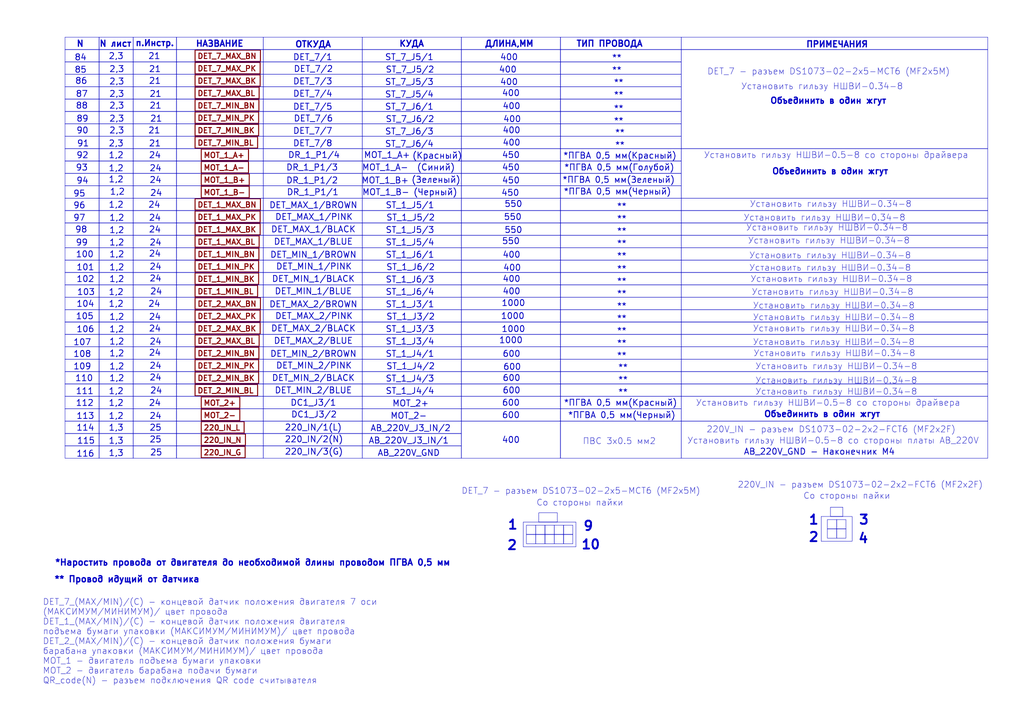
<source format=kicad_sch>
(kicad_sch
	(version 20250114)
	(generator "eeschema")
	(generator_version "9.0")
	(uuid "69436f94-bf07-4288-846c-7d5636619428")
	(paper "A3")
	(lib_symbols)
	(rectangle
		(start 148.59 25.4)
		(end 189.23 30.48)
		(stroke
			(width 0)
			(type default)
		)
		(fill
			(type none)
		)
		(uuid 00c907c9-4112-46a0-9187-21490bec459a)
	)
	(rectangle
		(start 40.64 142.24)
		(end 54.61 147.32)
		(stroke
			(width 0)
			(type default)
		)
		(fill
			(type none)
		)
		(uuid 00cc9d6b-b3af-449a-ae01-5e05108e8294)
	)
	(rectangle
		(start 40.64 147.32)
		(end 54.61 152.4)
		(stroke
			(width 0)
			(type default)
		)
		(fill
			(type none)
		)
		(uuid 022d8e3e-1ebe-49ee-8bfe-170b97e142a6)
	)
	(rectangle
		(start 148.59 142.24)
		(end 189.23 147.32)
		(stroke
			(width 0)
			(type default)
		)
		(fill
			(type none)
		)
		(uuid 024ea12c-de6d-4f07-b1f4-881e7f2692fb)
	)
	(rectangle
		(start 72.39 35.56)
		(end 107.95 40.64)
		(stroke
			(width 0)
			(type default)
		)
		(fill
			(type none)
		)
		(uuid 029491e6-8989-44d6-bbb0-a7c787557634)
	)
	(rectangle
		(start 189.23 76.2)
		(end 229.87 81.28)
		(stroke
			(width 0)
			(type default)
		)
		(fill
			(type none)
		)
		(uuid 02bdf712-4df1-4fc2-a8c4-fdc2e4512498)
	)
	(rectangle
		(start 72.39 101.6)
		(end 107.95 106.68)
		(stroke
			(width 0)
			(type default)
		)
		(fill
			(type none)
		)
		(uuid 0349f7c3-9426-4221-a3b7-f8870824d272)
	)
	(rectangle
		(start 40.64 106.68)
		(end 54.61 111.76)
		(stroke
			(width 0)
			(type default)
		)
		(fill
			(type none)
		)
		(uuid 03813316-ff23-4cd0-8f5e-ff08453e5277)
	)
	(rectangle
		(start 148.59 127)
		(end 189.23 132.08)
		(stroke
			(width 0)
			(type default)
		)
		(fill
			(type none)
		)
		(uuid 03b84790-9c7e-4fec-9164-a15f201fd0c3)
	)
	(rectangle
		(start 231.14 215.392)
		(end 234.95 219.202)
		(stroke
			(width 0)
			(type default)
		)
		(fill
			(type none)
		)
		(uuid 03c8331c-530a-4982-8231-f9c63949b76e)
	)
	(rectangle
		(start 229.87 40.64)
		(end 279.4 45.72)
		(stroke
			(width 0)
			(type default)
		)
		(fill
			(type none)
		)
		(uuid 03fa908d-f9de-416e-b315-39696cec7373)
	)
	(rectangle
		(start 229.87 66.04)
		(end 279.4 71.12)
		(stroke
			(width 0)
			(type default)
		)
		(fill
			(type none)
		)
		(uuid 05ecc7ed-c70e-4d03-8578-4cce3c9d5bd8)
	)
	(rectangle
		(start 189.23 45.72)
		(end 229.87 50.8)
		(stroke
			(width 0)
			(type default)
		)
		(fill
			(type none)
		)
		(uuid 06507595-2670-44e8-b51c-09483c00db7f)
	)
	(rectangle
		(start 54.61 137.16)
		(end 72.39 142.24)
		(stroke
			(width 0)
			(type default)
		)
		(fill
			(type none)
		)
		(uuid 06c56dca-8169-455b-a157-5a8ba6567893)
	)
	(rectangle
		(start 26.67 91.44)
		(end 40.64 96.52)
		(stroke
			(width 0)
			(type default)
		)
		(fill
			(type none)
		)
		(uuid 07a1f232-7ad7-4e47-b319-c14301405a98)
	)
	(rectangle
		(start 229.87 30.48)
		(end 279.4 35.56)
		(stroke
			(width 0)
			(type default)
		)
		(fill
			(type none)
		)
		(uuid 08105798-8a83-4d28-949d-a9182faf56b4)
	)
	(rectangle
		(start 279.4 106.68)
		(end 405.13 111.76)
		(stroke
			(width 0)
			(type default)
		)
		(fill
			(type none)
		)
		(uuid 08f2e14e-c850-4bc4-aba1-0c5d3e087a2d)
	)
	(rectangle
		(start 72.39 152.4)
		(end 107.95 157.48)
		(stroke
			(width 0)
			(type default)
		)
		(fill
			(type none)
		)
		(uuid 093f5bf2-6e50-42dc-ad4a-f05e20d7e0cf)
	)
	(rectangle
		(start 40.64 30.48)
		(end 54.61 35.56)
		(stroke
			(width 0)
			(type default)
		)
		(fill
			(type none)
		)
		(uuid 0a64c8d2-a27f-4643-95ba-f02460adcd21)
	)
	(rectangle
		(start 54.61 45.72)
		(end 72.39 50.8)
		(stroke
			(width 0)
			(type default)
		)
		(fill
			(type none)
		)
		(uuid 0c5d468c-a1f0-40bb-b6e9-bd26a4c2c589)
	)
	(rectangle
		(start 54.61 142.24)
		(end 72.39 147.32)
		(stroke
			(width 0)
			(type default)
		)
		(fill
			(type none)
		)
		(uuid 0cb7e816-8294-4a2c-aab1-e3d58a3c0728)
	)
	(rectangle
		(start 72.39 55.88)
		(end 107.95 60.96)
		(stroke
			(width 0)
			(type default)
		)
		(fill
			(type none)
		)
		(uuid 0d15d06b-c694-408b-95f9-4aeaa5aa941b)
	)
	(rectangle
		(start 40.64 25.4)
		(end 54.61 30.48)
		(stroke
			(width 0)
			(type default)
		)
		(fill
			(type none)
		)
		(uuid 0d6f1e2f-90a4-484a-81ff-0845222c3987)
	)
	(rectangle
		(start 107.95 45.72)
		(end 148.59 50.8)
		(stroke
			(width 0)
			(type default)
		)
		(fill
			(type none)
		)
		(uuid 0da62b34-e22b-4b87-ae23-a5dc823f6e8f)
	)
	(rectangle
		(start 148.59 55.88)
		(end 189.23 60.96)
		(stroke
			(width 0)
			(type default)
		)
		(fill
			(type none)
		)
		(uuid 0dc7a0fe-3b21-45ea-a584-d4876c274537)
	)
	(rectangle
		(start 40.64 50.8)
		(end 54.61 55.88)
		(stroke
			(width 0)
			(type default)
		)
		(fill
			(type none)
		)
		(uuid 0eb1cf8d-263d-4e18-a782-81dd23aab809)
	)
	(rectangle
		(start 26.67 142.24)
		(end 40.64 147.32)
		(stroke
			(width 0)
			(type default)
		)
		(fill
			(type none)
		)
		(uuid 1154a831-d8b3-47d1-b8fa-ac9f369f2b88)
	)
	(rectangle
		(start 54.61 71.12)
		(end 72.39 76.2)
		(stroke
			(width 0)
			(type default)
		)
		(fill
			(type none)
		)
		(uuid 11b3e3fc-22e8-480a-811a-b9f20fe357c2)
	)
	(rectangle
		(start 223.52 219.202)
		(end 227.33 223.012)
		(stroke
			(width 0)
			(type default)
		)
		(fill
			(type none)
		)
		(uuid 1413df81-6e35-435a-9709-17a265a04917)
	)
	(rectangle
		(start 229.87 71.12)
		(end 279.4 76.2)
		(stroke
			(width 0)
			(type default)
		)
		(fill
			(type none)
		)
		(uuid 159fc514-8604-44e9-820a-e616e9172b2e)
	)
	(rectangle
		(start 229.87 20.32)
		(end 279.4 25.4)
		(stroke
			(width 0)
			(type default)
		)
		(fill
			(type none)
		)
		(uuid 15d2fe4e-aa33-4189-9738-a98c84f57110)
	)
	(rectangle
		(start 229.87 106.68)
		(end 279.4 111.76)
		(stroke
			(width 0)
			(type default)
		)
		(fill
			(type none)
		)
		(uuid 15eb0a7a-0f6e-4794-8cff-8ee5b33fe562)
	)
	(rectangle
		(start 148.59 182.88)
		(end 189.23 187.96)
		(stroke
			(width 0)
			(type default)
		)
		(fill
			(type none)
		)
		(uuid 16df3ced-bd3c-45d8-a08e-2c4330ea08c9)
	)
	(rectangle
		(start 26.67 182.88)
		(end 40.64 187.96)
		(stroke
			(width 0)
			(type default)
		)
		(fill
			(type none)
		)
		(uuid 1826cdbd-3f04-48b1-a51e-eb7d74725701)
	)
	(rectangle
		(start 107.95 137.16)
		(end 148.59 142.24)
		(stroke
			(width 0)
			(type default)
		)
		(fill
			(type none)
		)
		(uuid 185cb911-d63c-4a2f-82e6-5afdcd2a645d)
	)
	(rectangle
		(start 189.23 132.08)
		(end 229.87 137.16)
		(stroke
			(width 0)
			(type default)
		)
		(fill
			(type none)
		)
		(uuid 186d363f-8a17-45c9-8c9b-686e1bc7772b)
	)
	(rectangle
		(start 40.64 55.88)
		(end 54.61 60.96)
		(stroke
			(width 0)
			(type default)
		)
		(fill
			(type none)
		)
		(uuid 18a9c100-7b7d-4d8d-90a4-e518e31a1e3e)
	)
	(rectangle
		(start 148.59 152.4)
		(end 189.23 157.48)
		(stroke
			(width 0)
			(type default)
		)
		(fill
			(type none)
		)
		(uuid 18fe081a-88d5-4ea4-9961-5b6d3cdeabcf)
	)
	(rectangle
		(start 26.67 137.16)
		(end 40.64 142.24)
		(stroke
			(width 0)
			(type default)
		)
		(fill
			(type none)
		)
		(uuid 1ace877b-6b7f-4545-b6c0-43dc8f76e2de)
	)
	(rectangle
		(start 107.95 116.84)
		(end 148.59 121.92)
		(stroke
			(width 0)
			(type default)
		)
		(fill
			(type none)
		)
		(uuid 1b071f53-b677-432f-9c27-4faf0bc08cb6)
	)
	(rectangle
		(start 107.95 182.88)
		(end 148.59 187.96)
		(stroke
			(width 0)
			(type default)
		)
		(fill
			(type none)
		)
		(uuid 1dfa790a-8346-4791-8dab-dc935433538f)
	)
	(rectangle
		(start 215.9 219.202)
		(end 219.71 223.012)
		(stroke
			(width 0)
			(type default)
		)
		(fill
			(type none)
		)
		(uuid 1e4d7fd6-a25b-458f-a763-f376b2ce103d)
	)
	(rectangle
		(start 107.95 152.4)
		(end 148.59 157.48)
		(stroke
			(width 0)
			(type default)
		)
		(fill
			(type none)
		)
		(uuid 1e8163ad-ffc8-4223-b522-1baa07a4b6d5)
	)
	(rectangle
		(start 54.61 40.64)
		(end 72.39 45.72)
		(stroke
			(width 0)
			(type default)
		)
		(fill
			(type none)
		)
		(uuid 1fb03f76-990b-4ff3-a3cd-4fabe58c9e01)
	)
	(rectangle
		(start 54.61 55.88)
		(end 72.39 60.96)
		(stroke
			(width 0)
			(type default)
		)
		(fill
			(type none)
		)
		(uuid 1fb7d017-1c63-427a-b0d1-ca80f2a55454)
	)
	(rectangle
		(start 40.64 45.72)
		(end 54.61 50.8)
		(stroke
			(width 0)
			(type default)
		)
		(fill
			(type none)
		)
		(uuid 2011d5ef-95a6-4fa0-8a79-9dd09c87719c)
	)
	(rectangle
		(start 279.4 127)
		(end 405.13 132.08)
		(stroke
			(width 0)
			(type default)
		)
		(fill
			(type none)
		)
		(uuid 20e7e3f1-2111-43bb-9232-a6782ea16793)
	)
	(rectangle
		(start 148.59 30.48)
		(end 189.23 35.56)
		(stroke
			(width 0)
			(type default)
		)
		(fill
			(type none)
		)
		(uuid 212fe998-7488-4321-b661-ffe3d75521b3)
	)
	(rectangle
		(start 54.61 15.24)
		(end 72.39 20.32)
		(stroke
			(width 0)
			(type default)
		)
		(fill
			(type none)
		)
		(uuid 229d7466-76c8-4ae7-bd55-1fd44d917ef8)
	)
	(rectangle
		(start 26.67 147.32)
		(end 40.64 152.4)
		(stroke
			(width 0)
			(type default)
		)
		(fill
			(type none)
		)
		(uuid 22cc6470-d342-4e69-9b31-7100363f4dac)
	)
	(rectangle
		(start 148.59 81.28)
		(end 189.23 86.36)
		(stroke
			(width 0)
			(type default)
		)
		(fill
			(type none)
		)
		(uuid 23463aeb-c496-4235-96a8-a8611a85d090)
	)
	(rectangle
		(start 229.87 167.64)
		(end 279.4 172.72)
		(stroke
			(width 0)
			(type default)
		)
		(fill
			(type none)
		)
		(uuid 234c254e-5bf0-4252-b736-1308f52e0293)
	)
	(rectangle
		(start 148.59 121.92)
		(end 189.23 127)
		(stroke
			(width 0)
			(type default)
		)
		(fill
			(type none)
		)
		(uuid 24d8a499-6fa5-4fba-b70b-472303726e93)
	)
	(rectangle
		(start 189.23 121.92)
		(end 229.87 127)
		(stroke
			(width 0)
			(type default)
		)
		(fill
			(type none)
		)
		(uuid 25d3a96d-397e-42bb-bf61-3492f6de8ca3)
	)
	(rectangle
		(start 229.87 116.84)
		(end 279.4 121.92)
		(stroke
			(width 0)
			(type default)
		)
		(fill
			(type none)
		)
		(uuid 25efb2de-509a-4297-adbb-9f3eee8b7859)
	)
	(rectangle
		(start 148.59 111.76)
		(end 189.23 116.84)
		(stroke
			(width 0)
			(type default)
		)
		(fill
			(type none)
		)
		(uuid 2a66c36c-064b-42c0-bf5e-9a9dad4cbbe5)
	)
	(rectangle
		(start 40.64 127)
		(end 54.61 132.08)
		(stroke
			(width 0)
			(type default)
		)
		(fill
			(type none)
		)
		(uuid 2be86f14-6604-4138-ae13-ca200bf9e96f)
	)
	(rectangle
		(start 72.39 162.56)
		(end 107.95 167.64)
		(stroke
			(width 0)
			(type default)
		)
		(fill
			(type none)
		)
		(uuid 2c496cec-4dd2-4c36-846f-efe88c8b6224)
	)
	(rectangle
		(start 107.95 111.76)
		(end 148.59 116.84)
		(stroke
			(width 0)
			(type default)
		)
		(fill
			(type none)
		)
		(uuid 2e1873b9-cb42-450b-85c9-2a443ec2433d)
	)
	(rectangle
		(start 189.23 157.48)
		(end 229.87 162.56)
		(stroke
			(width 0)
			(type default)
		)
		(fill
			(type none)
		)
		(uuid 2ec9613e-0560-43af-89b0-456b8fc63765)
	)
	(rectangle
		(start 72.39 15.24)
		(end 107.95 20.32)
		(stroke
			(width 0)
			(type default)
		)
		(fill
			(type none)
		)
		(uuid 2f97c740-5ab2-4a6d-a1e9-938a72832e05)
	)
	(rectangle
		(start 26.67 127)
		(end 40.64 132.08)
		(stroke
			(width 0)
			(type default)
		)
		(fill
			(type none)
		)
		(uuid 311e8e44-e40f-477b-b4c9-91a911abd337)
	)
	(rectangle
		(start 107.95 106.68)
		(end 148.59 111.76)
		(stroke
			(width 0)
			(type default)
		)
		(fill
			(type none)
		)
		(uuid 315314e9-fa0f-4d14-81d2-80c6f37fdb7d)
	)
	(rectangle
		(start 54.61 132.08)
		(end 72.39 137.16)
		(stroke
			(width 0)
			(type default)
		)
		(fill
			(type none)
		)
		(uuid 32b7017d-e668-4766-9a68-a9f280c39352)
	)
	(rectangle
		(start 40.64 71.12)
		(end 54.61 76.2)
		(stroke
			(width 0)
			(type default)
		)
		(fill
			(type none)
		)
		(uuid 3373529a-de7b-4056-bfad-5f7790a1d222)
	)
	(rectangle
		(start 229.87 15.24)
		(end 279.4 20.32)
		(stroke
			(width 0)
			(type default)
		)
		(fill
			(type none)
		)
		(uuid 33a31b12-827f-438f-ab08-8baf3c2474d4)
	)
	(rectangle
		(start 26.67 50.8)
		(end 40.64 55.88)
		(stroke
			(width 0)
			(type default)
		)
		(fill
			(type none)
		)
		(uuid 365f651a-07ef-4312-8991-f2c9d77b8f47)
	)
	(rectangle
		(start 72.39 132.08)
		(end 107.95 137.16)
		(stroke
			(width 0)
			(type default)
		)
		(fill
			(type none)
		)
		(uuid 366430ad-667d-44b7-ae32-acc183936a82)
	)
	(rectangle
		(start 72.39 121.92)
		(end 107.95 127)
		(stroke
			(width 0)
			(type default)
		)
		(fill
			(type none)
		)
		(uuid 36643e09-9f92-43a4-9cbb-ab503f1a6147)
	)
	(rectangle
		(start 26.67 71.12)
		(end 40.64 76.2)
		(stroke
			(width 0)
			(type default)
		)
		(fill
			(type none)
		)
		(uuid 367fb8f4-9fa6-465d-b374-37d9f881fd3a)
	)
	(rectangle
		(start 40.64 35.56)
		(end 54.61 40.64)
		(stroke
			(width 0)
			(type default)
		)
		(fill
			(type none)
		)
		(uuid 372ad02b-aaad-4d68-9b41-b61a36994253)
	)
	(rectangle
		(start 107.95 101.6)
		(end 148.59 106.68)
		(stroke
			(width 0)
			(type default)
		)
		(fill
			(type none)
		)
		(uuid 3b1b98ca-298a-477a-8753-2653b703bbc6)
	)
	(rectangle
		(start 220.98 210.312)
		(end 228.6 214.122)
		(stroke
			(width 0)
			(type default)
		)
		(fill
			(type none)
		)
		(uuid 3dfe7d5c-2ed1-4ff4-837f-26ee9c1df427)
	)
	(rectangle
		(start 107.95 167.64)
		(end 148.59 172.72)
		(stroke
			(width 0)
			(type default)
		)
		(fill
			(type none)
		)
		(uuid 3e88334d-36de-46cc-a001-51ee68230d26)
	)
	(rectangle
		(start 40.64 111.76)
		(end 54.61 116.84)
		(stroke
			(width 0)
			(type default)
		)
		(fill
			(type none)
		)
		(uuid 3ec9f743-57c7-4b6a-b811-0591f6868d25)
	)
	(rectangle
		(start 189.23 60.96)
		(end 229.87 66.04)
		(stroke
			(width 0)
			(type default)
		)
		(fill
			(type none)
		)
		(uuid 3f208b14-d133-4cd5-910c-77ef17a6b5d4)
	)
	(rectangle
		(start 72.39 106.68)
		(end 107.95 111.76)
		(stroke
			(width 0)
			(type default)
		)
		(fill
			(type none)
		)
		(uuid 3ff1ea9d-7d71-4d21-882a-4c067e690621)
	)
	(rectangle
		(start 229.87 142.24)
		(end 279.4 147.32)
		(stroke
			(width 0)
			(type default)
		)
		(fill
			(type none)
		)
		(uuid 41fe40e6-6395-4fe1-a7ab-7fa3ebe6c716)
	)
	(rectangle
		(start 54.61 162.56)
		(end 72.39 167.64)
		(stroke
			(width 0)
			(type default)
		)
		(fill
			(type none)
		)
		(uuid 431f9ab9-0180-48b8-88f8-a3c06c32f36c)
	)
	(rectangle
		(start 107.95 86.36)
		(end 148.59 91.44)
		(stroke
			(width 0)
			(type default)
		)
		(fill
			(type none)
		)
		(uuid 43bf260f-7e12-4147-8693-1585cad658f6)
	)
	(rectangle
		(start 40.64 101.6)
		(end 54.61 106.68)
		(stroke
			(width 0)
			(type default)
		)
		(fill
			(type none)
		)
		(uuid 43ee2371-378c-4e07-808c-048c6db54200)
	)
	(rectangle
		(start 279.4 137.16)
		(end 405.13 142.24)
		(stroke
			(width 0)
			(type default)
		)
		(fill
			(type none)
		)
		(uuid 4424004b-69b0-47c2-a3f1-99a4146503ff)
	)
	(rectangle
		(start 336.804 211.836)
		(end 349.504 221.996)
		(stroke
			(width 0)
			(type default)
		)
		(fill
			(type none)
		)
		(uuid 466b7be1-298a-47e2-afeb-873aa0c61d30)
	)
	(rectangle
		(start 148.59 20.32)
		(end 189.23 25.4)
		(stroke
			(width 0)
			(type default)
		)
		(fill
			(type none)
		)
		(uuid 46d27518-410c-4cf4-a2cb-29da7cf2c97b)
	)
	(rectangle
		(start 148.59 177.8)
		(end 189.23 182.88)
		(stroke
			(width 0)
			(type default)
		)
		(fill
			(type none)
		)
		(uuid 4763707a-eb74-4a6f-b60c-f612e9ebd4fe)
	)
	(rectangle
		(start 54.61 127)
		(end 72.39 132.08)
		(stroke
			(width 0)
			(type default)
		)
		(fill
			(type none)
		)
		(uuid 47742bd2-6398-4fb3-9258-e72a6de432a8)
	)
	(rectangle
		(start 229.87 96.52)
		(end 279.4 101.6)
		(stroke
			(width 0)
			(type default)
		)
		(fill
			(type none)
		)
		(uuid 47a013ad-f95e-4b12-ae51-ae9eb12a9f56)
	)
	(rectangle
		(start 72.39 45.72)
		(end 107.95 50.8)
		(stroke
			(width 0)
			(type default)
		)
		(fill
			(type none)
		)
		(uuid 481cea3e-fe96-4b7f-888f-98875f8b6bfd)
	)
	(rectangle
		(start 40.64 152.4)
		(end 54.61 157.48)
		(stroke
			(width 0)
			(type default)
		)
		(fill
			(type none)
		)
		(uuid 4860fcc4-b1ab-418a-81e8-69a7d725c875)
	)
	(rectangle
		(start 72.39 116.84)
		(end 107.95 121.92)
		(stroke
			(width 0)
			(type default)
		)
		(fill
			(type none)
		)
		(uuid 4886a5d7-507f-4e9b-8573-b722afaaea31)
	)
	(rectangle
		(start 279.4 111.76)
		(end 405.13 116.84)
		(stroke
			(width 0)
			(type default)
		)
		(fill
			(type none)
		)
		(uuid 49180149-efe1-44fd-9713-9b79ad81f2e4)
	)
	(rectangle
		(start 107.95 147.32)
		(end 148.59 152.4)
		(stroke
			(width 0)
			(type default)
		)
		(fill
			(type none)
		)
		(uuid 4b1e6bfc-5a9e-482a-85fe-83e0fd0652f8)
	)
	(rectangle
		(start 72.39 81.28)
		(end 107.95 86.36)
		(stroke
			(width 0)
			(type default)
		)
		(fill
			(type none)
		)
		(uuid 4b2244db-e9d3-497a-8076-f3ca44da9b48)
	)
	(rectangle
		(start 107.95 50.8)
		(end 148.59 55.88)
		(stroke
			(width 0)
			(type default)
		)
		(fill
			(type none)
		)
		(uuid 4bf22feb-77df-487a-9c4b-af9548e01896)
	)
	(rectangle
		(start 107.95 127)
		(end 148.59 132.08)
		(stroke
			(width 0)
			(type default)
		)
		(fill
			(type none)
		)
		(uuid 4e052b84-5ea9-4048-b498-9c4b678f375a)
	)
	(rectangle
		(start 215.9 215.392)
		(end 219.71 219.202)
		(stroke
			(width 0)
			(type default)
		)
		(fill
			(type none)
		)
		(uuid 4e673aa8-5ef2-4a35-a3ef-f5c3e440e15b)
	)
	(rectangle
		(start 231.14 219.202)
		(end 234.95 223.012)
		(stroke
			(width 0)
			(type default)
		)
		(fill
			(type none)
		)
		(uuid 4efa5a53-d3f7-4b17-a4d3-18994c8cca1f)
	)
	(rectangle
		(start 40.64 86.36)
		(end 54.61 91.44)
		(stroke
			(width 0)
			(type default)
		)
		(fill
			(type none)
		)
		(uuid 4f7d424f-e011-4d0d-945c-35f17c88e035)
	)
	(rectangle
		(start 148.59 96.52)
		(end 189.23 101.6)
		(stroke
			(width 0)
			(type default)
		)
		(fill
			(type none)
		)
		(uuid 4fb2d250-c4f3-4c00-8da4-63ad30ee3420)
	)
	(rectangle
		(start 279.4 147.32)
		(end 405.13 152.4)
		(stroke
			(width 0)
			(type default)
		)
		(fill
			(type none)
		)
		(uuid 51630db3-7dd2-4fa1-b8d4-c533826788a7)
	)
	(rectangle
		(start 72.39 157.48)
		(end 107.95 162.56)
		(stroke
			(width 0)
			(type default)
		)
		(fill
			(type none)
		)
		(uuid 51f70228-ce6b-44d2-b601-66672a0eb0eb)
	)
	(rectangle
		(start 107.95 60.96)
		(end 148.59 66.04)
		(stroke
			(width 0)
			(type default)
		)
		(fill
			(type none)
		)
		(uuid 549f88b6-6916-4b51-af3d-f64c278d0e33)
	)
	(rectangle
		(start 107.95 30.48)
		(end 148.59 35.56)
		(stroke
			(width 0)
			(type default)
		)
		(fill
			(type none)
		)
		(uuid 5556af6f-a785-4bee-9d3f-0c99a46f4609)
	)
	(rectangle
		(start 26.67 30.48)
		(end 40.64 35.56)
		(stroke
			(width 0)
			(type default)
		)
		(fill
			(type none)
		)
		(uuid 55f27149-67b4-4405-8d27-6e30f16ffc0c)
	)
	(rectangle
		(start 54.61 91.44)
		(end 72.39 96.52)
		(stroke
			(width 0)
			(type default)
		)
		(fill
			(type none)
		)
		(uuid 579b9840-4697-4467-8e43-75a4493f41df)
	)
	(rectangle
		(start 279.4 142.24)
		(end 405.13 147.32)
		(stroke
			(width 0)
			(type default)
		)
		(fill
			(type none)
		)
		(uuid 5966589f-1f13-400f-b132-6cd331b05a5e)
	)
	(rectangle
		(start 189.23 106.68)
		(end 229.87 111.76)
		(stroke
			(width 0)
			(type default)
		)
		(fill
			(type none)
		)
		(uuid 59dcbc51-3c2f-4a18-89da-78a89213394b)
	)
	(rectangle
		(start 214.63 214.122)
		(end 236.22 224.282)
		(stroke
			(width 0)
			(type default)
		)
		(fill
			(type none)
		)
		(uuid 5ac0e402-58df-4e76-aba6-cea714410736)
	)
	(rectangle
		(start 339.344 213.106)
		(end 343.154 216.916)
		(stroke
			(width 0)
			(type default)
		)
		(fill
			(type none)
		)
		(uuid 5b8a6a7c-5120-41b0-8c44-71a89c4de3cd)
	)
	(rectangle
		(start 26.67 76.2)
		(end 40.64 81.28)
		(stroke
			(width 0)
			(type default)
		)
		(fill
			(type none)
		)
		(uuid 5b97d373-797a-4dec-9a99-bede4205da60)
	)
	(rectangle
		(start 107.95 76.2)
		(end 148.59 81.28)
		(stroke
			(width 0)
			(type default)
		)
		(fill
			(type none)
		)
		(uuid 5c65a181-001f-40f0-a060-52abce28f586)
	)
	(rectangle
		(start 40.64 81.28)
		(end 54.61 86.36)
		(stroke
			(width 0)
			(type default)
		)
		(fill
			(type none)
		)
		(uuid 5cdb973e-c32f-44fa-8dcb-f679b71e972a)
	)
	(rectangle
		(start 229.87 111.76)
		(end 279.4 116.84)
		(stroke
			(width 0)
			(type default)
		)
		(fill
			(type none)
		)
		(uuid 5e9684d3-a0ce-4686-a461-4e9c1b10b256)
	)
	(rectangle
		(start 107.95 71.12)
		(end 148.59 76.2)
		(stroke
			(width 0)
			(type default)
		)
		(fill
			(type none)
		)
		(uuid 5fa1fde0-94d7-421a-b2cc-77e403f7e28f)
	)
	(rectangle
		(start 343.154 216.916)
		(end 346.964 220.726)
		(stroke
			(width 0)
			(type default)
		)
		(fill
			(type none)
		)
		(uuid 609ed943-93a8-44f0-b086-f3196967d323)
	)
	(rectangle
		(start 26.67 177.8)
		(end 40.64 182.88)
		(stroke
			(width 0)
			(type default)
		)
		(fill
			(type none)
		)
		(uuid 610b880b-29ad-4261-9dc9-07a554e2757f)
	)
	(rectangle
		(start 189.23 162.56)
		(end 229.87 167.64)
		(stroke
			(width 0)
			(type default)
		)
		(fill
			(type none)
		)
		(uuid 617f275c-3f86-46fe-9ccf-6cf9637bd270)
	)
	(rectangle
		(start 279.4 96.52)
		(end 405.13 101.6)
		(stroke
			(width 0)
			(type default)
		)
		(fill
			(type none)
		)
		(uuid 6180fd59-0eff-4c18-9074-01d2b1f9349b)
	)
	(rectangle
		(start 229.87 121.92)
		(end 279.4 127)
		(stroke
			(width 0)
			(type default)
		)
		(fill
			(type none)
		)
		(uuid 620765ff-17b1-4d4f-a935-f2a793637acc)
	)
	(rectangle
		(start 26.67 172.72)
		(end 40.64 177.8)
		(stroke
			(width 0)
			(type default)
		)
		(fill
			(type none)
		)
		(uuid 62135aaf-1ec3-49bf-b217-f025f44d224d)
	)
	(rectangle
		(start 189.23 111.76)
		(end 229.87 116.84)
		(stroke
			(width 0)
			(type default)
		)
		(fill
			(type none)
		)
		(uuid 625acf73-ceba-4b5f-8380-1f462ed7c0e2)
	)
	(rectangle
		(start 148.59 86.36)
		(end 189.23 91.44)
		(stroke
			(width 0)
			(type default)
		)
		(fill
			(type none)
		)
		(uuid 62f51299-8113-497a-9361-28cbd6bfacc8)
	)
	(rectangle
		(start 227.33 215.392)
		(end 231.14 219.202)
		(stroke
			(width 0)
			(type default)
		)
		(fill
			(type none)
		)
		(uuid 6374db32-58b7-4d21-9190-16e0451e2510)
	)
	(rectangle
		(start 26.67 152.4)
		(end 40.64 157.48)
		(stroke
			(width 0)
			(type default)
		)
		(fill
			(type none)
		)
		(uuid 64121e27-acce-4edf-938f-5ef5196dba17)
	)
	(rectangle
		(start 72.39 167.64)
		(end 107.95 172.72)
		(stroke
			(width 0)
			(type default)
		)
		(fill
			(type none)
		)
		(uuid 6628acb8-8576-4730-9645-b02510601e6e)
	)
	(rectangle
		(start 279.4 60.96)
		(end 405.13 81.28)
		(stroke
			(width 0)
			(type default)
		)
		(fill
			(type none)
		)
		(uuid 668f2f09-492e-4dde-bf72-3e9adb39ad06)
	)
	(rectangle
		(start 279.4 91.44)
		(end 405.13 96.52)
		(stroke
			(width 0)
			(type default)
		)
		(fill
			(type none)
		)
		(uuid 6842fe97-ab3e-464f-85fe-5383148bc874)
	)
	(rectangle
		(start 72.39 25.4)
		(end 107.95 30.48)
		(stroke
			(width 0)
			(type default)
		)
		(fill
			(type none)
		)
		(uuid 6876bb5e-f789-434b-bb83-e94f64ae0a3e)
	)
	(rectangle
		(start 107.95 66.04)
		(end 148.59 71.12)
		(stroke
			(width 0)
			(type default)
		)
		(fill
			(type none)
		)
		(uuid 6965a96c-7d9b-48f5-b038-8d32e93d83e1)
	)
	(rectangle
		(start 26.67 45.72)
		(end 40.64 50.8)
		(stroke
			(width 0)
			(type default)
		)
		(fill
			(type none)
		)
		(uuid 6ab47a16-0798-426e-ace3-f8b1a019e697)
	)
	(rectangle
		(start 107.95 162.56)
		(end 148.59 167.64)
		(stroke
			(width 0)
			(type default)
		)
		(fill
			(type none)
		)
		(uuid 6bb88956-8dca-4a75-8794-5061df37ce23)
	)
	(rectangle
		(start 189.23 152.4)
		(end 229.87 157.48)
		(stroke
			(width 0)
			(type default)
		)
		(fill
			(type none)
		)
		(uuid 6da3bcba-407c-43ee-bd4d-44cf625f2879)
	)
	(rectangle
		(start 26.67 157.48)
		(end 40.64 162.56)
		(stroke
			(width 0)
			(type default)
		)
		(fill
			(type none)
		)
		(uuid 6e4297f6-26ee-4190-8bcd-8c22373ac1b1)
	)
	(rectangle
		(start 54.61 60.96)
		(end 72.39 66.04)
		(stroke
			(width 0)
			(type default)
		)
		(fill
			(type none)
		)
		(uuid 6ff157a0-e597-43fe-814e-3c5b7fa046ff)
	)
	(rectangle
		(start 279.4 172.72)
		(end 405.13 187.96)
		(stroke
			(width 0)
			(type default)
		)
		(fill
			(type none)
		)
		(uuid 72ef7055-e9c9-4828-9b6c-8f17d57f3fc2)
	)
	(rectangle
		(start 54.61 20.32)
		(end 72.39 25.4)
		(stroke
			(width 0)
			(type default)
		)
		(fill
			(type none)
		)
		(uuid 72fa9eae-4ace-477b-8e3f-3d4339b72da0)
	)
	(rectangle
		(start 26.67 86.36)
		(end 40.64 91.44)
		(stroke
			(width 0)
			(type default)
		)
		(fill
			(type none)
		)
		(uuid 738e54d8-8f44-430e-8b1e-a87a1b863125)
	)
	(rectangle
		(start 148.59 71.12)
		(end 189.23 76.2)
		(stroke
			(width 0)
			(type default)
		)
		(fill
			(type none)
		)
		(uuid 759b0cf1-34bc-415f-bbf4-b8ce2aac445b)
	)
	(rectangle
		(start 72.39 30.48)
		(end 107.95 35.56)
		(stroke
			(width 0)
			(type default)
		)
		(fill
			(type none)
		)
		(uuid 777586ec-1eee-4f9e-b566-c97f23cb98ec)
	)
	(rectangle
		(start 229.87 25.4)
		(end 279.4 30.48)
		(stroke
			(width 0)
			(type default)
		)
		(fill
			(type none)
		)
		(uuid 778e8d77-5ffa-4a55-8d27-09bae52a3710)
	)
	(rectangle
		(start 229.87 50.8)
		(end 279.4 55.88)
		(stroke
			(width 0)
			(type default)
		)
		(fill
			(type none)
		)
		(uuid 77dd98bf-9eee-4f65-b3dc-a7a9f2d6dd06)
	)
	(rectangle
		(start 107.95 91.44)
		(end 148.59 96.52)
		(stroke
			(width 0)
			(type default)
		)
		(fill
			(type none)
		)
		(uuid 7b763473-a6c0-4cda-b74c-e669a49b23a7)
	)
	(rectangle
		(start 148.59 106.68)
		(end 189.23 111.76)
		(stroke
			(width 0)
			(type default)
		)
		(fill
			(type none)
		)
		(uuid 7be68d0d-2bf1-4a1f-a496-a559a947b690)
	)
	(rectangle
		(start 279.4 152.4)
		(end 405.13 157.48)
		(stroke
			(width 0)
			(type default)
		)
		(fill
			(type none)
		)
		(uuid 7d5b9028-ca55-4a62-b8bb-cf6050110d90)
	)
	(rectangle
		(start 148.59 15.24)
		(end 189.23 20.32)
		(stroke
			(width 0)
			(type default)
		)
		(fill
			(type none)
		)
		(uuid 7de69d22-38e1-4b12-8b3c-e22ad6d83036)
	)
	(rectangle
		(start 26.67 101.6)
		(end 40.64 106.68)
		(stroke
			(width 0)
			(type default)
		)
		(fill
			(type none)
		)
		(uuid 7f205086-d44f-4d3c-89f1-c6daab3ea4db)
	)
	(rectangle
		(start 189.23 66.04)
		(end 229.87 71.12)
		(stroke
			(width 0)
			(type default)
		)
		(fill
			(type none)
		)
		(uuid 7fa62640-37b0-4b7a-9a04-5cec0517e4db)
	)
	(rectangle
		(start 229.87 35.56)
		(end 279.4 40.64)
		(stroke
			(width 0)
			(type default)
		)
		(fill
			(type none)
		)
		(uuid 821bdc98-969b-4182-a736-5025440084d4)
	)
	(rectangle
		(start 72.39 71.12)
		(end 107.95 76.2)
		(stroke
			(width 0)
			(type default)
		)
		(fill
			(type none)
		)
		(uuid 827738e7-8e06-4e76-82a5-c6205095ed11)
	)
	(rectangle
		(start 148.59 45.72)
		(end 189.23 50.8)
		(stroke
			(width 0)
			(type default)
		)
		(fill
			(type none)
		)
		(uuid 828eb2a7-3e5e-4248-9f4b-9e776c7138db)
	)
	(rectangle
		(start 26.67 40.64)
		(end 40.64 45.72)
		(stroke
			(width 0)
			(type default)
		)
		(fill
			(type none)
		)
		(uuid 8424685f-52b2-41fc-a0d6-839c17d3ff72)
	)
	(rectangle
		(start 40.64 66.04)
		(end 54.61 71.12)
		(stroke
			(width 0)
			(type default)
		)
		(fill
			(type none)
		)
		(uuid 8527d2a3-17dc-46d7-bc7d-f107c5d818ee)
	)
	(rectangle
		(start 72.39 137.16)
		(end 107.95 142.24)
		(stroke
			(width 0)
			(type default)
		)
		(fill
			(type none)
		)
		(uuid 85b4c049-61c5-4a04-8c4d-bde56856c54c)
	)
	(rectangle
		(start 107.95 35.56)
		(end 148.59 40.64)
		(stroke
			(width 0)
			(type default)
		)
		(fill
			(type none)
		)
		(uuid 875d24d1-dc2c-4c29-8e8b-6c21b648210a)
	)
	(rectangle
		(start 54.61 167.64)
		(end 72.39 172.72)
		(stroke
			(width 0)
			(type default)
		)
		(fill
			(type none)
		)
		(uuid 87c43c65-4453-49b4-9acc-b9bc47b69264)
	)
	(rectangle
		(start 107.95 40.64)
		(end 148.59 45.72)
		(stroke
			(width 0)
			(type default)
		)
		(fill
			(type none)
		)
		(uuid 87fe9479-48d4-42c3-8593-b9a735a87c25)
	)
	(rectangle
		(start 54.61 86.36)
		(end 72.39 91.44)
		(stroke
			(width 0)
			(type default)
		)
		(fill
			(type none)
		)
		(uuid 8a51f21c-6856-4963-9f4d-54e3d172cee4)
	)
	(rectangle
		(start 339.344 216.916)
		(end 343.154 220.726)
		(stroke
			(width 0)
			(type default)
		)
		(fill
			(type none)
		)
		(uuid 8a9a5b66-e516-40fc-a3ed-d8e231c58a48)
	)
	(rectangle
		(start 189.23 96.52)
		(end 229.87 101.6)
		(stroke
			(width 0)
			(type default)
		)
		(fill
			(type none)
		)
		(uuid 8ab3b2cd-115d-4429-a442-2c2fc9c6a39c)
	)
	(rectangle
		(start 189.23 137.16)
		(end 229.87 142.24)
		(stroke
			(width 0)
			(type default)
		)
		(fill
			(type none)
		)
		(uuid 8adef66e-834a-43f5-b134-2fb454a11a6a)
	)
	(rectangle
		(start 54.61 157.48)
		(end 72.39 162.56)
		(stroke
			(width 0)
			(type default)
		)
		(fill
			(type none)
		)
		(uuid 8c320ce8-18da-4d62-be7e-6a1a23bf8342)
	)
	(rectangle
		(start 229.87 45.72)
		(end 279.4 50.8)
		(stroke
			(width 0)
			(type default)
		)
		(fill
			(type none)
		)
		(uuid 8c727707-2203-4ba5-8b3b-5a05e3e846e8)
	)
	(rectangle
		(start 40.64 177.8)
		(end 54.61 182.88)
		(stroke
			(width 0)
			(type default)
		)
		(fill
			(type none)
		)
		(uuid 8d8b5220-e6d9-4570-b4a1-8d32933e1095)
	)
	(rectangle
		(start 26.67 81.28)
		(end 40.64 86.36)
		(stroke
			(width 0)
			(type default)
		)
		(fill
			(type none)
		)
		(uuid 8e636b51-d302-4980-bf5d-e48b07c81bab)
	)
	(rectangle
		(start 26.67 15.24)
		(end 40.64 20.32)
		(stroke
			(width 0)
			(type default)
		)
		(fill
			(type none)
		)
		(uuid 8f935489-6687-4fcf-a9a9-f6c8975b3d09)
	)
	(rectangle
		(start 40.64 116.84)
		(end 54.61 121.92)
		(stroke
			(width 0)
			(type default)
		)
		(fill
			(type none)
		)
		(uuid 90375290-c28f-48cb-b08a-fc4d7b2d98b7)
	)
	(rectangle
		(start 189.23 127)
		(end 229.87 132.08)
		(stroke
			(width 0)
			(type default)
		)
		(fill
			(type none)
		)
		(uuid 9130f080-e3d5-434c-8037-21c4ceb85574)
	)
	(rectangle
		(start 54.61 50.8)
		(end 72.39 55.88)
		(stroke
			(width 0)
			(type default)
		)
		(fill
			(type none)
		)
		(uuid 925c3094-f38e-46c2-934e-9d4d1528e318)
	)
	(rectangle
		(start 148.59 162.56)
		(end 189.23 167.64)
		(stroke
			(width 0)
			(type default)
		)
		(fill
			(type none)
		)
		(uuid 92a1e151-8c68-4433-aaef-525520450c50)
	)
	(rectangle
		(start 189.23 142.24)
		(end 229.87 147.32)
		(stroke
			(width 0)
			(type default)
		)
		(fill
			(type none)
		)
		(uuid 9399e118-a223-4692-bdd7-541b10a9a172)
	)
	(rectangle
		(start 189.23 101.6)
		(end 229.87 106.68)
		(stroke
			(width 0)
			(type default)
		)
		(fill
			(type none)
		)
		(uuid 94898ae8-339a-4faf-afa5-da10c036744e)
	)
	(rectangle
		(start 229.87 81.28)
		(end 279.4 86.36)
		(stroke
			(width 0)
			(type default)
		)
		(fill
			(type none)
		)
		(uuid 958d2177-0a83-4ea2-b415-da03fc1e5052)
	)
	(rectangle
		(start 229.87 127)
		(end 279.4 132.08)
		(stroke
			(width 0)
			(type default)
		)
		(fill
			(type none)
		)
		(uuid 975d7c2e-7168-4ffc-a6d0-4afee3f50477)
	)
	(rectangle
		(start 229.87 86.36)
		(end 279.4 91.44)
		(stroke
			(width 0)
			(type default)
		)
		(fill
			(type none)
		)
		(uuid 987ae55f-06c6-437a-abbd-9a1d3b8341ee)
	)
	(rectangle
		(start 279.4 116.84)
		(end 405.13 121.92)
		(stroke
			(width 0)
			(type default)
		)
		(fill
			(type none)
		)
		(uuid 98f9c47a-6950-4566-b69f-a3a38cf637a8)
	)
	(rectangle
		(start 148.59 167.64)
		(end 189.23 172.72)
		(stroke
			(width 0)
			(type default)
		)
		(fill
			(type none)
		)
		(uuid 99e08e0b-548d-4ac7-950f-fc459546dbed)
	)
	(rectangle
		(start 219.71 215.392)
		(end 223.52 219.202)
		(stroke
			(width 0)
			(type default)
		)
		(fill
			(type none)
		)
		(uuid 9a91e0f0-d8b0-4a5c-965c-e03f4d79002c)
	)
	(rectangle
		(start 189.23 20.32)
		(end 229.87 25.4)
		(stroke
			(width 0)
			(type default)
		)
		(fill
			(type none)
		)
		(uuid 9b835d8b-a883-4705-b829-92349cd815e2)
	)
	(rectangle
		(start 26.67 66.04)
		(end 40.64 71.12)
		(stroke
			(width 0)
			(type default)
		)
		(fill
			(type none)
		)
		(uuid 9bb5278e-0aa7-4656-878d-559bea00d4dc)
	)
	(rectangle
		(start 148.59 91.44)
		(end 189.23 96.52)
		(stroke
			(width 0)
			(type default)
		)
		(fill
			(type none)
		)
		(uuid 9bfbf233-7206-40ee-9212-28cec0ba6ae3)
	)
	(rectangle
		(start 40.64 40.64)
		(end 54.61 45.72)
		(stroke
			(width 0)
			(type default)
		)
		(fill
			(type none)
		)
		(uuid 9cbddb63-3965-4471-819e-2249d84cabf4)
	)
	(rectangle
		(start 219.71 219.202)
		(end 223.52 223.012)
		(stroke
			(width 0)
			(type default)
		)
		(fill
			(type none)
		)
		(uuid 9cd46edf-22e9-490c-a7ef-355227318c40)
	)
	(rectangle
		(start 26.67 116.84)
		(end 40.64 121.92)
		(stroke
			(width 0)
			(type default)
		)
		(fill
			(type none)
		)
		(uuid 9d0fcd85-3b4f-46b9-a3d0-9a68a38f3082)
	)
	(rectangle
		(start 54.61 66.04)
		(end 72.39 71.12)
		(stroke
			(width 0)
			(type default)
		)
		(fill
			(type none)
		)
		(uuid 9e889477-8ebe-4aac-a3d2-cb9948330fc7)
	)
	(rectangle
		(start 148.59 50.8)
		(end 189.23 55.88)
		(stroke
			(width 0)
			(type default)
		)
		(fill
			(type none)
		)
		(uuid a0459cee-7a59-4570-aa10-f32b5da051c5)
	)
	(rectangle
		(start 229.87 157.48)
		(end 279.4 162.56)
		(stroke
			(width 0)
			(type default)
		)
		(fill
			(type none)
		)
		(uuid a191b6eb-a097-4158-86c7-3af5cd343080)
	)
	(rectangle
		(start 229.87 60.96)
		(end 279.4 66.04)
		(stroke
			(width 0)
			(type default)
		)
		(fill
			(type none)
		)
		(uuid a19446ce-8b80-4e50-9419-a62cade8f086)
	)
	(rectangle
		(start 148.59 137.16)
		(end 189.23 142.24)
		(stroke
			(width 0)
			(type default)
		)
		(fill
			(type none)
		)
		(uuid a1aca449-fb0c-4c1f-9c62-237f68cd8022)
	)
	(rectangle
		(start 279.4 121.92)
		(end 405.13 127)
		(stroke
			(width 0)
			(type default)
		)
		(fill
			(type none)
		)
		(uuid a4b3be78-c258-45d7-9802-eb0302e1e10a)
	)
	(rectangle
		(start 72.39 66.04)
		(end 107.95 71.12)
		(stroke
			(width 0)
			(type default)
		)
		(fill
			(type none)
		)
		(uuid a54d3156-191b-405d-b7e7-5c1eaf0f3f7e)
	)
	(rectangle
		(start 189.23 167.64)
		(end 229.87 172.72)
		(stroke
			(width 0)
			(type default)
		)
		(fill
			(type none)
		)
		(uuid a5655186-8766-449a-ae60-edecb77bf4ae)
	)
	(rectangle
		(start 189.23 35.56)
		(end 229.87 40.64)
		(stroke
			(width 0)
			(type default)
		)
		(fill
			(type none)
		)
		(uuid a766b7ae-fbf1-4406-97d3-c3e45625ad59)
	)
	(rectangle
		(start 189.23 15.24)
		(end 229.87 20.32)
		(stroke
			(width 0)
			(type default)
		)
		(fill
			(type none)
		)
		(uuid a7ffabda-2dd9-43c9-8a56-f6fa440daed1)
	)
	(rectangle
		(start 72.39 60.96)
		(end 107.95 66.04)
		(stroke
			(width 0)
			(type default)
		)
		(fill
			(type none)
		)
		(uuid a8edbed8-07c8-4303-8f11-4dc454d383a3)
	)
	(rectangle
		(start 72.39 96.52)
		(end 107.95 101.6)
		(stroke
			(width 0)
			(type default)
		)
		(fill
			(type none)
		)
		(uuid a9794fa3-4d94-4b48-b6a2-8dfa06ca84f7)
	)
	(rectangle
		(start 148.59 172.72)
		(end 189.23 177.8)
		(stroke
			(width 0)
			(type default)
		)
		(fill
			(type none)
		)
		(uuid a987a6ad-1bed-4a39-b675-28197838cfcf)
	)
	(rectangle
		(start 223.52 215.392)
		(end 227.33 219.202)
		(stroke
			(width 0)
			(type default)
		)
		(fill
			(type none)
		)
		(uuid a9c82775-6f7b-4d70-b73d-d198a9d8171a)
	)
	(rectangle
		(start 279.4 162.56)
		(end 405.13 172.72)
		(stroke
			(width 0)
			(type default)
		)
		(fill
			(type none)
		)
		(uuid aa0c0858-9b2e-40bd-aa54-b20969744c8e)
	)
	(rectangle
		(start 54.61 177.8)
		(end 72.39 182.88)
		(stroke
			(width 0)
			(type default)
		)
		(fill
			(type none)
		)
		(uuid aa45f958-5103-4485-ab9e-151694ed892b)
	)
	(rectangle
		(start 72.39 147.32)
		(end 107.95 152.4)
		(stroke
			(width 0)
			(type default)
		)
		(fill
			(type none)
		)
		(uuid aa540c0c-fd8a-4624-a3cd-7833f4d6084e)
	)
	(rectangle
		(start 107.95 177.8)
		(end 148.59 182.88)
		(stroke
			(width 0)
			(type default)
		)
		(fill
			(type none)
		)
		(uuid ab19a2e2-fae0-4224-9133-3ef30aca7925)
	)
	(rectangle
		(start 229.87 91.44)
		(end 279.4 96.52)
		(stroke
			(width 0)
			(type default)
		)
		(fill
			(type none)
		)
		(uuid ab233479-053e-4c12-80a5-b4fd286c7295)
	)
	(rectangle
		(start 72.39 177.8)
		(end 107.95 182.88)
		(stroke
			(width 0)
			(type default)
		)
		(fill
			(type none)
		)
		(uuid ab243d95-5038-4751-bc39-889bbd8073a8)
	)
	(rectangle
		(start 229.87 162.56)
		(end 279.4 167.64)
		(stroke
			(width 0)
			(type default)
		)
		(fill
			(type none)
		)
		(uuid ab74f2a1-f729-4d4b-a885-f092017f7bac)
	)
	(rectangle
		(start 40.64 121.92)
		(end 54.61 127)
		(stroke
			(width 0)
			(type default)
		)
		(fill
			(type none)
		)
		(uuid abdcb31a-bf3c-41d0-ba92-7f8df3a901ba)
	)
	(rectangle
		(start 340.614 208.026)
		(end 345.694 211.836)
		(stroke
			(width 0)
			(type default)
		)
		(fill
			(type none)
		)
		(uuid ac81a18d-5578-4479-9d7c-35df264f7481)
	)
	(rectangle
		(start 279.4 20.32)
		(end 405.13 60.96)
		(stroke
			(width 0)
			(type default)
		)
		(fill
			(type none)
		)
		(uuid aca77428-6d37-4b3e-b8fe-92bf74024c89)
	)
	(rectangle
		(start 148.59 147.32)
		(end 189.23 152.4)
		(stroke
			(width 0)
			(type default)
		)
		(fill
			(type none)
		)
		(uuid acca0bfe-98f4-4430-bcbc-d5bf4b023264)
	)
	(rectangle
		(start 72.39 172.72)
		(end 107.95 177.8)
		(stroke
			(width 0)
			(type default)
		)
		(fill
			(type none)
		)
		(uuid ae280823-6ed3-405c-9434-016a9de1539f)
	)
	(rectangle
		(start 107.95 157.48)
		(end 148.59 162.56)
		(stroke
			(width 0)
			(type default)
		)
		(fill
			(type none)
		)
		(uuid aedfe65e-cbaa-4b68-b67a-ac7d26eee613)
	)
	(rectangle
		(start 189.23 116.84)
		(end 229.87 121.92)
		(stroke
			(width 0)
			(type default)
		)
		(fill
			(type none)
		)
		(uuid af804bac-045f-4882-b9f0-682d23bbbeeb)
	)
	(rectangle
		(start 54.61 182.88)
		(end 72.39 187.96)
		(stroke
			(width 0)
			(type default)
		)
		(fill
			(type none)
		)
		(uuid b01b8c44-c5db-4922-a404-a7600d382b0b)
	)
	(rectangle
		(start 40.64 167.64)
		(end 54.61 172.72)
		(stroke
			(width 0)
			(type default)
		)
		(fill
			(type none)
		)
		(uuid b09bcbbf-bc7e-479b-88c9-bf10cba5dcd1)
	)
	(rectangle
		(start 72.39 182.88)
		(end 107.95 187.96)
		(stroke
			(width 0)
			(type default)
		)
		(fill
			(type none)
		)
		(uuid b0b78131-46f4-4a94-8a00-48fadc5c12c5)
	)
	(rectangle
		(start 107.95 132.08)
		(end 148.59 137.16)
		(stroke
			(width 0)
			(type default)
		)
		(fill
			(type none)
		)
		(uuid b30dc5a5-60a8-4391-97ae-ed5ce26e7ff1)
	)
	(rectangle
		(start 189.23 25.4)
		(end 229.87 30.48)
		(stroke
			(width 0)
			(type default)
		)
		(fill
			(type none)
		)
		(uuid b334c947-071a-40c1-b53b-8af43f39efb7)
	)
	(rectangle
		(start 72.39 127)
		(end 107.95 132.08)
		(stroke
			(width 0)
			(type default)
		)
		(fill
			(type none)
		)
		(uuid b3d4cc5f-382c-4464-8b17-de7fcfdd26f8)
	)
	(rectangle
		(start 54.61 111.76)
		(end 72.39 116.84)
		(stroke
			(width 0)
			(type default)
		)
		(fill
			(type none)
		)
		(uuid b5790730-ced4-48bb-b424-fea39ab8ae92)
	)
	(rectangle
		(start 279.4 86.36)
		(end 405.13 91.44)
		(stroke
			(width 0)
			(type default)
		)
		(fill
			(type none)
		)
		(uuid b58ea256-9914-4c83-a8f2-d925676c1aaa)
	)
	(rectangle
		(start 40.64 76.2)
		(end 54.61 81.28)
		(stroke
			(width 0)
			(type default)
		)
		(fill
			(type none)
		)
		(uuid b60122fa-77a7-4ce1-8105-0d5937647c7a)
	)
	(rectangle
		(start 148.59 132.08)
		(end 189.23 137.16)
		(stroke
			(width 0)
			(type default)
		)
		(fill
			(type none)
		)
		(uuid b73f297d-b247-43c7-a4ed-6749fc76f3f5)
	)
	(rectangle
		(start 229.87 76.2)
		(end 279.4 81.28)
		(stroke
			(width 0)
			(type default)
		)
		(fill
			(type none)
		)
		(uuid b7baf0cf-c926-4c47-a4be-6ab5ae0bc352)
	)
	(rectangle
		(start 54.61 96.52)
		(end 72.39 101.6)
		(stroke
			(width 0)
			(type default)
		)
		(fill
			(type none)
		)
		(uuid b828e134-fa79-4b34-9cfa-a20238fe3d0a)
	)
	(rectangle
		(start 279.4 81.28)
		(end 405.13 86.36)
		(stroke
			(width 0)
			(type default)
		)
		(fill
			(type none)
		)
		(uuid b8f5307e-13e2-4e05-a286-1d7941855be7)
	)
	(rectangle
		(start 107.95 96.52)
		(end 148.59 101.6)
		(stroke
			(width 0)
			(type default)
		)
		(fill
			(type none)
		)
		(uuid b98d452c-2372-479d-a1f3-2caf5cd2a2d7)
	)
	(rectangle
		(start 279.4 101.6)
		(end 405.13 106.68)
		(stroke
			(width 0)
			(type default)
		)
		(fill
			(type none)
		)
		(uuid b9a23365-a765-4512-a929-dbe5214ee3c4)
	)
	(rectangle
		(start 148.59 157.48)
		(end 189.23 162.56)
		(stroke
			(width 0)
			(type default)
		)
		(fill
			(type none)
		)
		(uuid ba8514d7-70e4-4831-8b4a-e5eb0d93a051)
	)
	(rectangle
		(start 54.61 25.4)
		(end 72.39 30.48)
		(stroke
			(width 0)
			(type default)
		)
		(fill
			(type none)
		)
		(uuid bac65be2-0a3b-40b8-84d9-15697a63a0b1)
	)
	(rectangle
		(start 40.64 132.08)
		(end 54.61 137.16)
		(stroke
			(width 0)
			(type default)
		)
		(fill
			(type none)
		)
		(uuid bb5ea7ed-0022-4b4c-b546-1cbfd697d20c)
	)
	(rectangle
		(start 54.61 121.92)
		(end 72.39 127)
		(stroke
			(width 0)
			(type default)
		)
		(fill
			(type none)
		)
		(uuid bd01f1a5-eab4-4593-8096-d840f161f689)
	)
	(rectangle
		(start 229.87 55.88)
		(end 279.4 60.96)
		(stroke
			(width 0)
			(type default)
		)
		(fill
			(type none)
		)
		(uuid bd5be60d-cc86-4e0c-a008-e1676ecaa230)
	)
	(rectangle
		(start 72.39 76.2)
		(end 107.95 81.28)
		(stroke
			(width 0)
			(type default)
		)
		(fill
			(type none)
		)
		(uuid bdc27b24-0306-4f75-9f1f-7c4a2e88e9f4)
	)
	(rectangle
		(start 148.59 35.56)
		(end 189.23 40.64)
		(stroke
			(width 0)
			(type default)
		)
		(fill
			(type none)
		)
		(uuid be168bc1-a1a7-49fa-9982-30887f22d5c7)
	)
	(rectangle
		(start 54.61 116.84)
		(end 72.39 121.92)
		(stroke
			(width 0)
			(type default)
		)
		(fill
			(type none)
		)
		(uuid bf68120d-a5cb-41c3-aa7e-532c3d3c1b8e)
	)
	(rectangle
		(start 26.67 162.56)
		(end 40.64 167.64)
		(stroke
			(width 0)
			(type default)
		)
		(fill
			(type none)
		)
		(uuid c10f1a19-58e2-4ac2-a26c-d655b078ca53)
	)
	(rectangle
		(start 26.67 132.08)
		(end 40.64 137.16)
		(stroke
			(width 0)
			(type default)
		)
		(fill
			(type none)
		)
		(uuid c4455b43-3741-46fa-bbc2-8e92cc5301df)
	)
	(rectangle
		(start 189.23 30.48)
		(end 229.87 35.56)
		(stroke
			(width 0)
			(type default)
		)
		(fill
			(type none)
		)
		(uuid c5462f40-dc56-45e8-8a6d-cd0935f3c518)
	)
	(rectangle
		(start 229.87 172.72)
		(end 279.4 187.96)
		(stroke
			(width 0)
			(type default)
		)
		(fill
			(type none)
		)
		(uuid c5b923eb-b9ec-4e09-9c1c-b18e2634951d)
	)
	(rectangle
		(start 54.61 81.28)
		(end 72.39 86.36)
		(stroke
			(width 0)
			(type default)
		)
		(fill
			(type none)
		)
		(uuid c644d20e-b264-40df-9200-cfb77bb0a41e)
	)
	(rectangle
		(start 279.4 157.48)
		(end 405.13 162.56)
		(stroke
			(width 0)
			(type default)
		)
		(fill
			(type none)
		)
		(uuid c6c19fd4-151d-4efc-8b6e-3d512b777208)
	)
	(rectangle
		(start 26.67 167.64)
		(end 40.64 172.72)
		(stroke
			(width 0)
			(type default)
		)
		(fill
			(type none)
		)
		(uuid c76b6b5e-6af8-4a50-8256-e8ffd68e57ca)
	)
	(rectangle
		(start 26.67 55.88)
		(end 40.64 60.96)
		(stroke
			(width 0)
			(type default)
		)
		(fill
			(type none)
		)
		(uuid c93d240a-293c-474a-b88a-5f1ba7e6d1d9)
	)
	(rectangle
		(start 189.23 55.88)
		(end 229.87 60.96)
		(stroke
			(width 0)
			(type default)
		)
		(fill
			(type none)
		)
		(uuid c9ca8692-9761-45a6-b01d-7cc270c719e0)
	)
	(rectangle
		(start 107.95 81.28)
		(end 148.59 86.36)
		(stroke
			(width 0)
			(type default)
		)
		(fill
			(type none)
		)
		(uuid cacc1222-969a-41cd-b510-8f811ec9626b)
	)
	(rectangle
		(start 40.64 96.52)
		(end 54.61 101.6)
		(stroke
			(width 0)
			(type default)
		)
		(fill
			(type none)
		)
		(uuid cb06ac0c-47ed-42b4-a2ce-3f31c9509d1c)
	)
	(rectangle
		(start 107.95 20.32)
		(end 148.59 25.4)
		(stroke
			(width 0)
			(type default)
		)
		(fill
			(type none)
		)
		(uuid cb267f7d-b312-42c9-ac6a-56b73f5ae96e)
	)
	(rectangle
		(start 40.64 20.32)
		(end 54.61 25.4)
		(stroke
			(width 0)
			(type default)
		)
		(fill
			(type none)
		)
		(uuid cbf2bf5c-7911-4aa6-992a-0e4e1847e6d2)
	)
	(rectangle
		(start 189.23 91.44)
		(end 229.87 96.52)
		(stroke
			(width 0)
			(type default)
		)
		(fill
			(type none)
		)
		(uuid cc333d31-eabf-4f58-8572-1c9c0431dde7)
	)
	(rectangle
		(start 229.87 101.6)
		(end 279.4 106.68)
		(stroke
			(width 0)
			(type default)
		)
		(fill
			(type none)
		)
		(uuid cd6b8917-e0d0-4c52-b23b-c6e6cd50fee2)
	)
	(rectangle
		(start 40.64 172.72)
		(end 54.61 177.8)
		(stroke
			(width 0)
			(type default)
		)
		(fill
			(type none)
		)
		(uuid cd717dba-1ae7-4c57-9234-037f1e35f731)
	)
	(rectangle
		(start 26.67 111.76)
		(end 40.64 116.84)
		(stroke
			(width 0)
			(type default)
		)
		(fill
			(type none)
		)
		(uuid cdd926c9-0ea1-42e2-86b5-b8e11df0bf3a)
	)
	(rectangle
		(start 148.59 60.96)
		(end 189.23 66.04)
		(stroke
			(width 0)
			(type default)
		)
		(fill
			(type none)
		)
		(uuid cfae1e8c-3683-4d4e-8633-da06f8740dd7)
	)
	(rectangle
		(start 189.23 50.8)
		(end 229.87 55.88)
		(stroke
			(width 0)
			(type default)
		)
		(fill
			(type none)
		)
		(uuid cfc102db-793f-4eb3-b7c9-c83ef33bb5e5)
	)
	(rectangle
		(start 40.64 15.24)
		(end 54.61 20.32)
		(stroke
			(width 0)
			(type default)
		)
		(fill
			(type none)
		)
		(uuid d092cebb-0130-4e27-9bb8-2c8f218a7c07)
	)
	(rectangle
		(start 107.95 121.92)
		(end 148.59 127)
		(stroke
			(width 0)
			(type default)
		)
		(fill
			(type none)
		)
		(uuid d0fc2015-dc00-4ab0-b912-c3abbaccc05e)
	)
	(rectangle
		(start 26.67 35.56)
		(end 40.64 40.64)
		(stroke
			(width 0)
			(type default)
		)
		(fill
			(type none)
		)
		(uuid d1b875ea-7d65-47eb-ae93-88951ec7b88f)
	)
	(rectangle
		(start 72.39 40.64)
		(end 107.95 45.72)
		(stroke
			(width 0)
			(type default)
		)
		(fill
			(type none)
		)
		(uuid d489b20f-f8fb-4e09-a6f5-fb23b51f57d8)
	)
	(rectangle
		(start 189.23 40.64)
		(end 229.87 45.72)
		(stroke
			(width 0)
			(type default)
		)
		(fill
			(type none)
		)
		(uuid d7310334-4df7-4585-b0f0-2fc03957b494)
	)
	(rectangle
		(start 107.95 15.24)
		(end 148.59 20.32)
		(stroke
			(width 0)
			(type default)
		)
		(fill
			(type none)
		)
		(uuid d75c58a6-be0e-4def-8e3a-736fc9600be7)
	)
	(rectangle
		(start 26.67 106.68)
		(end 40.64 111.76)
		(stroke
			(width 0)
			(type default)
		)
		(fill
			(type none)
		)
		(uuid d7f2d0fa-a8d3-4bef-9d48-63a221d88e5e)
	)
	(rectangle
		(start 148.59 40.64)
		(end 189.23 45.72)
		(stroke
			(width 0)
			(type default)
		)
		(fill
			(type none)
		)
		(uuid d7f6695b-e6b1-43a9-82cd-a98c534196fb)
	)
	(rectangle
		(start 189.23 71.12)
		(end 229.87 76.2)
		(stroke
			(width 0)
			(type default)
		)
		(fill
			(type none)
		)
		(uuid d7fbf052-436e-4bef-a163-f190099741ae)
	)
	(rectangle
		(start 54.61 152.4)
		(end 72.39 157.48)
		(stroke
			(width 0)
			(type default)
		)
		(fill
			(type none)
		)
		(uuid d81a1caa-1cee-4779-bbad-e63c4394ac80)
	)
	(rectangle
		(start 54.61 76.2)
		(end 72.39 81.28)
		(stroke
			(width 0)
			(type default)
		)
		(fill
			(type none)
		)
		(uuid d91380de-d6cb-4e96-b99a-9c5fefe1b69d)
	)
	(rectangle
		(start 229.87 152.4)
		(end 279.4 157.48)
		(stroke
			(width 0)
			(type default)
		)
		(fill
			(type none)
		)
		(uuid dc0a0755-0c3f-429b-a991-2f189c36fa99)
	)
	(rectangle
		(start 148.59 116.84)
		(end 189.23 121.92)
		(stroke
			(width 0)
			(type default)
		)
		(fill
			(type none)
		)
		(uuid dc82a873-8bf0-4378-9c92-9a6a447ab9d3)
	)
	(rectangle
		(start 26.67 60.96)
		(end 40.64 66.04)
		(stroke
			(width 0)
			(type default)
		)
		(fill
			(type none)
		)
		(uuid e0336809-80c2-473e-9a1b-31081759b9ab)
	)
	(rectangle
		(start 26.67 96.52)
		(end 40.64 101.6)
		(stroke
			(width 0)
			(type default)
		)
		(fill
			(type none)
		)
		(uuid e1f94de9-44e9-4884-b968-79f56cedd84c)
	)
	(rectangle
		(start 107.95 55.88)
		(end 148.59 60.96)
		(stroke
			(width 0)
			(type default)
		)
		(fill
			(type none)
		)
		(uuid e3e6bc79-a462-4a3b-bbe3-874beff43072)
	)
	(rectangle
		(start 40.64 157.48)
		(end 54.61 162.56)
		(stroke
			(width 0)
			(type default)
		)
		(fill
			(type none)
		)
		(uuid e4e1c94d-29c0-4323-be8d-e7c17e7330ae)
	)
	(rectangle
		(start 54.61 147.32)
		(end 72.39 152.4)
		(stroke
			(width 0)
			(type default)
		)
		(fill
			(type none)
		)
		(uuid e5069465-c6ce-4094-815c-b21f939fde51)
	)
	(rectangle
		(start 72.39 50.8)
		(end 107.95 55.88)
		(stroke
			(width 0)
			(type default)
		)
		(fill
			(type none)
		)
		(uuid e5c3ddad-864d-4bf2-9974-af8cdb9c8f54)
	)
	(rectangle
		(start 148.59 66.04)
		(end 189.23 71.12)
		(stroke
			(width 0)
			(type default)
		)
		(fill
			(type none)
		)
		(uuid e65f8ec4-3127-4c5f-9a84-c4ab829de56a)
	)
	(rectangle
		(start 72.39 86.36)
		(end 107.95 91.44)
		(stroke
			(width 0)
			(type default)
		)
		(fill
			(type none)
		)
		(uuid e7667559-6062-4d61-b840-a1ae5accebb0)
	)
	(rectangle
		(start 72.39 91.44)
		(end 107.95 96.52)
		(stroke
			(width 0)
			(type default)
		)
		(fill
			(type none)
		)
		(uuid e7b30899-b39d-4769-abd8-c96372c15f24)
	)
	(rectangle
		(start 189.23 86.36)
		(end 229.87 91.44)
		(stroke
			(width 0)
			(type default)
		)
		(fill
			(type none)
		)
		(uuid e8b1de86-f74e-4c48-aee2-1d9b1e76465d)
	)
	(rectangle
		(start 40.64 182.88)
		(end 54.61 187.96)
		(stroke
			(width 0)
			(type default)
		)
		(fill
			(type none)
		)
		(uuid ea9c278f-1211-42b4-8e15-d59296c47eda)
	)
	(rectangle
		(start 189.23 172.72)
		(end 229.87 187.96)
		(stroke
			(width 0)
			(type default)
		)
		(fill
			(type none)
		)
		(uuid ebff9a5f-63a4-45c2-8e73-6679791fed23)
	)
	(rectangle
		(start 54.61 101.6)
		(end 72.39 106.68)
		(stroke
			(width 0)
			(type default)
		)
		(fill
			(type none)
		)
		(uuid ec1caf2a-a320-42c9-ae9a-766d31a676fb)
	)
	(rectangle
		(start 40.64 60.96)
		(end 54.61 66.04)
		(stroke
			(width 0)
			(type default)
		)
		(fill
			(type none)
		)
		(uuid ec59efd2-33ab-478b-847c-b347504db4a7)
	)
	(rectangle
		(start 229.87 132.08)
		(end 279.4 137.16)
		(stroke
			(width 0)
			(type default)
		)
		(fill
			(type none)
		)
		(uuid ec6a3c1a-23cc-4822-a43f-9269e0e95b61)
	)
	(rectangle
		(start 227.33 219.202)
		(end 231.14 223.012)
		(stroke
			(width 0)
			(type default)
		)
		(fill
			(type none)
		)
		(uuid ec7b4909-1d9f-4eda-a00e-bc84b85be032)
	)
	(rectangle
		(start 189.23 147.32)
		(end 229.87 152.4)
		(stroke
			(width 0)
			(type default)
		)
		(fill
			(type none)
		)
		(uuid ed3c4bbd-702e-45bb-9b55-3d0b221687ce)
	)
	(rectangle
		(start 54.61 30.48)
		(end 72.39 35.56)
		(stroke
			(width 0)
			(type default)
		)
		(fill
			(type none)
		)
		(uuid ee852d9d-f8d8-4eeb-b333-28421af21800)
	)
	(rectangle
		(start 279.4 132.08)
		(end 405.13 137.16)
		(stroke
			(width 0)
			(type default)
		)
		(fill
			(type none)
		)
		(uuid ee9fa98d-e023-4818-a94e-89caa0767765)
	)
	(rectangle
		(start 148.59 76.2)
		(end 189.23 81.28)
		(stroke
			(width 0)
			(type default)
		)
		(fill
			(type none)
		)
		(uuid ef5eda0d-d7bb-47fc-bcb4-021bfa762171)
	)
	(rectangle
		(start 54.61 172.72)
		(end 72.39 177.8)
		(stroke
			(width 0)
			(type default)
		)
		(fill
			(type none)
		)
		(uuid f02feb7e-de2b-4737-b357-1b7003ef3164)
	)
	(rectangle
		(start 229.87 147.32)
		(end 279.4 152.4)
		(stroke
			(width 0)
			(type default)
		)
		(fill
			(type none)
		)
		(uuid f0814748-028a-4139-bea8-9383a28510c3)
	)
	(rectangle
		(start 229.87 137.16)
		(end 279.4 142.24)
		(stroke
			(width 0)
			(type default)
		)
		(fill
			(type none)
		)
		(uuid f14e4f92-905b-49e5-b00b-1f53196a454e)
	)
	(rectangle
		(start 148.59 101.6)
		(end 189.23 106.68)
		(stroke
			(width 0)
			(type default)
		)
		(fill
			(type none)
		)
		(uuid f1a1223a-fcba-45ca-a3bb-03d4b17de8e3)
	)
	(rectangle
		(start 72.39 142.24)
		(end 107.95 147.32)
		(stroke
			(width 0)
			(type default)
		)
		(fill
			(type none)
		)
		(uuid f21803ff-fb45-4efe-b695-f3f70db90c67)
	)
	(rectangle
		(start 107.95 25.4)
		(end 148.59 30.48)
		(stroke
			(width 0)
			(type default)
		)
		(fill
			(type none)
		)
		(uuid f30e1d04-ea7f-41d5-b4cf-cf43272e58e5)
	)
	(rectangle
		(start 343.154 213.106)
		(end 346.964 216.916)
		(stroke
			(width 0)
			(type default)
		)
		(fill
			(type none)
		)
		(uuid f314e553-176b-4f2a-9e02-db0356a9f3af)
	)
	(rectangle
		(start 54.61 106.68)
		(end 72.39 111.76)
		(stroke
			(width 0)
			(type default)
		)
		(fill
			(type none)
		)
		(uuid f386cdde-d573-47ec-9399-58f7e3ba4b69)
	)
	(rectangle
		(start 279.4 15.24)
		(end 405.13 20.32)
		(stroke
			(width 0)
			(type default)
		)
		(fill
			(type none)
		)
		(uuid f459c647-5ee6-499d-b6be-5bcff6da43d1)
	)
	(rectangle
		(start 189.23 81.28)
		(end 229.87 86.36)
		(stroke
			(width 0)
			(type default)
		)
		(fill
			(type none)
		)
		(uuid f46dd707-d1d4-4b1b-b7fb-b03a20e54afa)
	)
	(rectangle
		(start 107.95 172.72)
		(end 148.59 177.8)
		(stroke
			(width 0)
			(type default)
		)
		(fill
			(type none)
		)
		(uuid f479dc6d-5d82-4537-9c13-099fcf80706a)
	)
	(rectangle
		(start 26.67 20.32)
		(end 40.64 25.4)
		(stroke
			(width 0)
			(type default)
		)
		(fill
			(type none)
		)
		(uuid f49d0b6c-6e83-4e4a-aac3-c98cdad9b9da)
	)
	(rectangle
		(start 26.67 121.92)
		(end 40.64 127)
		(stroke
			(width 0)
			(type default)
		)
		(fill
			(type none)
		)
		(uuid f4b4aa2c-a993-453a-af80-902925c07c79)
	)
	(rectangle
		(start 54.61 35.56)
		(end 72.39 40.64)
		(stroke
			(width 0)
			(type default)
		)
		(fill
			(type none)
		)
		(uuid f4fb663e-453a-4179-92c5-6147f8101ce0)
	)
	(rectangle
		(start 40.64 162.56)
		(end 54.61 167.64)
		(stroke
			(width 0)
			(type default)
		)
		(fill
			(type none)
		)
		(uuid f8192c54-960a-45d7-aa11-51ccb40dc755)
	)
	(rectangle
		(start 26.67 25.4)
		(end 40.64 30.48)
		(stroke
			(width 0)
			(type default)
		)
		(fill
			(type none)
		)
		(uuid f8f77c67-7dad-41fa-a5fa-d7a072ada1b9)
	)
	(rectangle
		(start 40.64 137.16)
		(end 54.61 142.24)
		(stroke
			(width 0)
			(type default)
		)
		(fill
			(type none)
		)
		(uuid fadc2a9c-faf3-4bf1-9b53-fda618336833)
	)
	(rectangle
		(start 72.39 20.32)
		(end 107.95 25.4)
		(stroke
			(width 0)
			(type default)
		)
		(fill
			(type none)
		)
		(uuid faf65b0d-49b2-4d23-9196-f6619e7dca99)
	)
	(rectangle
		(start 107.95 142.24)
		(end 148.59 147.32)
		(stroke
			(width 0)
			(type default)
		)
		(fill
			(type none)
		)
		(uuid fbc5ba07-ee61-4a4f-bc06-7f2fd14d9ce7)
	)
	(rectangle
		(start 72.39 111.76)
		(end 107.95 116.84)
		(stroke
			(width 0)
			(type default)
		)
		(fill
			(type none)
		)
		(uuid fe0d90ca-a2da-4dd8-9aef-773f2467d44a)
	)
	(rectangle
		(start 40.64 91.44)
		(end 54.61 96.52)
		(stroke
			(width 0)
			(type default)
		)
		(fill
			(type none)
		)
		(uuid fe17fdad-2ac1-4c8d-bfaa-366f58867417)
	)
	(text "MOT_2+"
		(exclude_from_sim no)
		(at 168.402 165.608 0)
		(effects
			(font
				(size 2.5 2.5)
				(thickness 0.3125)
			)
		)
		(uuid "003016d7-9d77-4f26-9427-a43f0b344934")
	)
	(text "DET_7/8"
		(exclude_from_sim no)
		(at 128.27 58.928 0)
		(effects
			(font
				(size 2.5 2.5)
				(thickness 0.3125)
			)
		)
		(uuid "005d7e9e-6036-4d6c-9636-6b2e3676338c")
	)
	(text "Установить гильзу НШВИ-0.34-8 "
		(exclude_from_sim no)
		(at 340.106 93.472 0)
		(effects
			(font
				(size 2.54 2.54)
			)
		)
		(uuid "01f41b43-1605-43c2-94cd-939be227091b")
	)
	(text "ST_1_J5/4"
		(exclude_from_sim no)
		(at 168.148 99.568 0)
		(effects
			(font
				(size 2.5 2.5)
				(thickness 0.3125)
			)
		)
		(uuid "05652a10-eb11-4f9e-acc1-b12d444f738c")
	)
	(text "24"
		(exclude_from_sim no)
		(at 60.96 105.664 0)
		(effects
			(font
				(size 2.5 2.5)
				(thickness 0.3125)
			)
			(justify left bottom)
		)
		(uuid "05b805cf-2d23-4bc1-9c8d-b547d01e3796")
	)
	(text "93"
		(exclude_from_sim no)
		(at 30.988 70.358 0)
		(effects
			(font
				(size 2.5 2.5)
				(thickness 0.3125)
			)
			(justify left bottom)
		)
		(uuid "07b0e8a1-fb82-40c9-9790-f9d436d6ce6a")
	)
	(text "21"
		(exclude_from_sim no)
		(at 61.214 44.958 0)
		(effects
			(font
				(size 2.5 2.5)
				(thickness 0.3125)
			)
			(justify left bottom)
		)
		(uuid "07e38462-833a-4423-96ee-ae5b46b44599")
	)
	(text "Установить гильзу НШВИ-0.5-8 со стороны платы AB_220V"
		(exclude_from_sim no)
		(at 341.63 180.848 0)
		(effects
			(font
				(size 2.54 2.54)
			)
		)
		(uuid "080c496d-6283-4c59-8af1-dd0f67ce4782")
	)
	(text "** Провод идущий от датчика"
		(exclude_from_sim no)
		(at 52.07 237.744 0)
		(effects
			(font
				(size 2.54 2.54)
				(thickness 0.508)
				(bold yes)
			)
		)
		(uuid "081a567a-71b5-4b47-b80c-2dde94de2ba6")
	)
	(text "ST_1_J4/3"
		(exclude_from_sim no)
		(at 168.148 155.448 0)
		(effects
			(font
				(size 2.5 2.5)
				(thickness 0.3125)
			)
		)
		(uuid "08a5071a-1db9-434d-a777-eb0227fe5b53")
	)
	(text "600"
		(exclude_from_sim no)
		(at 209.804 155.194 0)
		(effects
			(font
				(size 2.5 2.5)
				(thickness 0.3125)
			)
		)
		(uuid "092f1f4f-90f7-470a-b019-f5b4433f84de")
	)
	(text "24"
		(exclude_from_sim no)
		(at 60.706 126.238 0)
		(effects
			(font
				(size 2.5 2.5)
				(thickness 0.3125)
			)
			(justify left bottom)
		)
		(uuid "0a161779-ce92-4def-bb78-2d65ab26acbe")
	)
	(text "400"
		(exclude_from_sim no)
		(at 208.28 28.702 0)
		(effects
			(font
				(size 2.5 2.5)
				(thickness 0.3125)
			)
		)
		(uuid "0c4fd794-5d72-48cf-b4e1-5dd254b06793")
	)
	(text "1,2"
		(exclude_from_sim no)
		(at 44.45 162.052 0)
		(effects
			(font
				(size 2.5 2.5)
				(thickness 0.3125)
			)
			(justify left bottom)
		)
		(uuid "0cc12daa-cefe-47a5-9e9c-8cfeae313f31")
	)
	(text "24"
		(exclude_from_sim no)
		(at 61.214 156.464 0)
		(effects
			(font
				(size 2.5 2.5)
				(thickness 0.3125)
			)
			(justify left bottom)
		)
		(uuid "0dad61d1-d381-45be-9b22-18d24c439c5a")
	)
	(text "Объединить в один жгут"
		(exclude_from_sim no)
		(at 315.722 42.926 0)
		(effects
			(font
				(size 2.5 2.5)
				(thickness 0.5)
				(bold yes)
			)
			(justify left bottom)
		)
		(uuid "0e0e0a30-2cce-4d37-b421-68957719f115")
	)
	(text "113"
		(exclude_from_sim no)
		(at 31.242 172.212 0)
		(effects
			(font
				(size 2.5 2.5)
				(thickness 0.3125)
			)
			(justify left bottom)
		)
		(uuid "0e9b0fe7-7eed-412f-827f-e99d12eace4d")
	)
	(text "94"
		(exclude_from_sim no)
		(at 31.242 75.692 0)
		(effects
			(font
				(size 2.5 2.5)
				(thickness 0.3125)
			)
			(justify left bottom)
		)
		(uuid "0ea66d0c-ef5c-4152-9d2c-0e2d0c120d3b")
	)
	(text "DET_MIN_2/PINK"
		(exclude_from_sim no)
		(at 128.778 150.114 0)
		(effects
			(font
				(size 2.5 2.5)
				(thickness 0.3125)
			)
		)
		(uuid "0f51ee9e-e7e1-4054-a334-3bda3bd12ce7")
	)
	(text "**\n"
		(exclude_from_sim no)
		(at 255.016 140.97 0)
		(effects
			(font
				(size 2.5 2.5)
				(thickness 0.3125)
			)
		)
		(uuid "104eae3b-6d54-4d9b-bd2f-10f971df347f")
	)
	(text "1,2"
		(exclude_from_sim no)
		(at 44.45 65.278 0)
		(effects
			(font
				(size 2.5 2.5)
				(thickness 0.3125)
			)
			(justify left bottom)
		)
		(uuid "107ee188-c8a5-4ba8-a4e9-9f8979a7aaef")
	)
	(text "AB_220V_J3_IN/2"
		(exclude_from_sim no)
		(at 168.402 175.768 0)
		(effects
			(font
				(size 2.5 2.5)
				(thickness 0.3125)
			)
		)
		(uuid "111a5f27-74e2-41b9-97de-d5581b333753")
	)
	(text "2,3"
		(exclude_from_sim no)
		(at 44.704 35.052 0)
		(effects
			(font
				(size 2.5 2.5)
				(thickness 0.3125)
			)
			(justify left bottom)
		)
		(uuid "11b4ea2f-3ca5-4ab0-af55-9633c0d85946")
	)
	(text "ST_7_J5/4"
		(exclude_from_sim no)
		(at 167.894 38.862 0)
		(effects
			(font
				(size 2.5 2.5)
				(thickness 0.3125)
			)
		)
		(uuid "12ab39ec-5714-4811-8575-769dc73dc000")
	)
	(text "116"
		(exclude_from_sim no)
		(at 31.242 187.706 0)
		(effects
			(font
				(size 2.5 2.5)
				(thickness 0.3125)
			)
			(justify left bottom)
		)
		(uuid "13b98e67-1cb2-4c2c-b3cb-8eb12e7c9b06")
	)
	(text "DET_7 - разъем DS1073-02-2x5-MCT6 (MF2x5M)"
		(exclude_from_sim no)
		(at 189.23 202.946 0)
		(effects
			(font
				(size 2.5 2.5)
			)
			(justify left bottom)
		)
		(uuid "143b7b0f-8210-4f8d-bcf1-f941a34cc29c")
	)
	(text "**\n"
		(exclude_from_sim no)
		(at 252.984 28.956 0)
		(effects
			(font
				(size 2.5 2.5)
				(thickness 0.3125)
			)
		)
		(uuid "155dc17a-1fdc-462b-af59-57286b1b9553")
	)
	(text "Установить гильзу НШВИ-0.34-8 "
		(exclude_from_sim no)
		(at 343.916 150.368 0)
		(effects
			(font
				(size 2.54 2.54)
			)
		)
		(uuid "17511f07-07e5-4333-8fee-063d0752226b")
	)
	(text "24"
		(exclude_from_sim no)
		(at 61.214 151.638 0)
		(effects
			(font
				(size 2.5 2.5)
				(thickness 0.3125)
			)
			(justify left bottom)
		)
		(uuid "17ab14f5-e2d4-4fd0-9476-e8b95b57ec12")
	)
	(text "400"
		(exclude_from_sim no)
		(at 209.804 119.634 0)
		(effects
			(font
				(size 2.5 2.5)
				(thickness 0.3125)
			)
		)
		(uuid "18562168-0904-40c9-a5a6-462e047fb9ef")
	)
	(text "**\n"
		(exclude_from_sim no)
		(at 255.016 125.73 0)
		(effects
			(font
				(size 2.5 2.5)
				(thickness 0.3125)
			)
		)
		(uuid "18a6d5ef-5bc0-4453-a469-ebd1e50ee793")
	)
	(text "ДЛИНА,ММ"
		(exclude_from_sim no)
		(at 198.628 19.558 0)
		(effects
			(font
				(size 2.5 2.5)
				(thickness 0.5)
				(bold yes)
			)
			(justify left bottom)
		)
		(uuid "19cff229-65d2-4eb0-b055-b599d80c1427")
	)
	(text "2,3"
		(exclude_from_sim no)
		(at 44.704 50.292 0)
		(effects
			(font
				(size 2.5 2.5)
				(thickness 0.3125)
			)
			(justify left bottom)
		)
		(uuid "1a8da87b-3149-48cf-93ed-c776482117cd")
	)
	(text "Установить гильзу НШВИ-0.34-8 "
		(exclude_from_sim no)
		(at 342.9 125.476 0)
		(effects
			(font
				(size 2.54 2.54)
			)
		)
		(uuid "1b9f36f8-03c4-4341-aa7d-51488a40f448")
	)
	(text "21"
		(exclude_from_sim no)
		(at 60.706 24.638 0)
		(effects
			(font
				(size 2.5 2.5)
				(thickness 0.3125)
			)
			(justify left bottom)
		)
		(uuid "1e751046-10fd-4c67-81f2-4d5b0d0eff86")
	)
	(text "2"
		(exclude_from_sim no)
		(at 333.756 220.472 0)
		(effects
			(font
				(size 3.81 3.81)
				(thickness 0.762)
				(bold yes)
			)
		)
		(uuid "1fa6b2a0-56ba-4664-afba-6cd82213fc6f")
	)
	(text "DR_1_P1/2"
		(exclude_from_sim no)
		(at 128.016 74.168 0)
		(effects
			(font
				(size 2.5 2.5)
				(thickness 0.3125)
			)
		)
		(uuid "207365c2-a62c-41dc-bc19-c1623f87afdf")
	)
	(text "24"
		(exclude_from_sim no)
		(at 61.214 70.612 0)
		(effects
			(font
				(size 2.5 2.5)
				(thickness 0.3125)
			)
			(justify left bottom)
		)
		(uuid "207932f7-8f68-4cce-aa12-abbcd91331be")
	)
	(text "2,3"
		(exclude_from_sim no)
		(at 44.704 55.118 0)
		(effects
			(font
				(size 2.5 2.5)
				(thickness 0.3125)
			)
			(justify left bottom)
		)
		(uuid "20ee85af-c0a4-4989-854d-8adc45d30db2")
	)
	(text "1,2"
		(exclude_from_sim no)
		(at 44.704 136.652 0)
		(effects
			(font
				(size 2.5 2.5)
				(thickness 0.3125)
			)
			(justify left bottom)
		)
		(uuid "23482191-9d27-486c-8934-d8bf94f564a2")
	)
	(text "104"
		(exclude_from_sim no)
		(at 31.242 126.238 0)
		(effects
			(font
				(size 2.5 2.5)
				(thickness 0.3125)
			)
			(justify left bottom)
		)
		(uuid "2366668b-ba06-467f-93ff-56ff180f61ec")
	)
	(text "99"
		(exclude_from_sim no)
		(at 30.988 101.092 0)
		(effects
			(font
				(size 2.5 2.5)
				(thickness 0.3125)
			)
			(justify left bottom)
		)
		(uuid "2381bb84-27bf-4f10-989b-5577a81c89d4")
	)
	(text "п.Инстр."
		(exclude_from_sim no)
		(at 55.372 19.304 0)
		(effects
			(font
				(size 2.5 2.5)
				(thickness 0.5)
				(bold yes)
			)
			(justify left bottom)
		)
		(uuid "23a986f4-e894-468a-988a-70a68947ec1c")
	)
	(text "102"
		(exclude_from_sim no)
		(at 31.242 116.078 0)
		(effects
			(font
				(size 2.5 2.5)
				(thickness 0.3125)
			)
			(justify left bottom)
		)
		(uuid "24c7a277-2667-4c06-81d4-8f4c7e97a4ed")
	)
	(text "1,2"
		(exclude_from_sim no)
		(at 44.704 90.932 0)
		(effects
			(font
				(size 2.5 2.5)
				(thickness 0.3125)
			)
			(justify left bottom)
		)
		(uuid "25170863-7bfb-4c0a-9d27-ec54a9770639")
	)
	(text "DET_MIN_1/BLUE"
		(exclude_from_sim no)
		(at 128.524 119.634 0)
		(effects
			(font
				(size 2.5 2.5)
				(thickness 0.3125)
			)
		)
		(uuid "25e7e792-737c-47ff-b5d3-4a072fb88843")
	)
	(text "24"
		(exclude_from_sim no)
		(at 60.96 90.932 0)
		(effects
			(font
				(size 2.5 2.5)
				(thickness 0.3125)
			)
			(justify left bottom)
		)
		(uuid "26da47cb-8498-4288-8712-903c791e6695")
	)
	(text "ST_1_J3/3"
		(exclude_from_sim no)
		(at 168.148 135.128 0)
		(effects
			(font
				(size 2.5 2.5)
				(thickness 0.3125)
			)
		)
		(uuid "28946729-16ba-44ee-8141-8d1d9bc217ef")
	)
	(text "24"
		(exclude_from_sim no)
		(at 61.214 115.824 0)
		(effects
			(font
				(size 2.5 2.5)
				(thickness 0.3125)
			)
			(justify left bottom)
		)
		(uuid "2ac82c3d-c732-4706-a32b-20f141b2621a")
	)
	(text "24"
		(exclude_from_sim no)
		(at 61.214 75.438 0)
		(effects
			(font
				(size 2.5 2.5)
				(thickness 0.3125)
			)
			(justify left bottom)
		)
		(uuid "2b06c6e8-16be-4e10-9182-6a0f3be04b11")
	)
	(text "1000"
		(exclude_from_sim no)
		(at 210.312 129.794 0)
		(effects
			(font
				(size 2.5 2.5)
				(thickness 0.3125)
			)
		)
		(uuid "2bb41f8a-f986-464b-adc6-f65f6f27113a")
	)
	(text "400"
		(exclude_from_sim no)
		(at 209.804 43.688 0)
		(effects
			(font
				(size 2.5 2.5)
				(thickness 0.3125)
			)
		)
		(uuid "2d0b7d29-850f-4b48-b16d-425f7c5fd3ac")
	)
	(text "ST_7_J5/3"
		(exclude_from_sim no)
		(at 167.894 33.782 0)
		(effects
			(font
				(size 2.5 2.5)
				(thickness 0.3125)
			)
		)
		(uuid "2dda577d-2d4c-4a2d-af3c-fdb8f3d89bc9")
	)
	(text "ST_1_J3/4"
		(exclude_from_sim no)
		(at 168.148 140.208 0)
		(effects
			(font
				(size 2.5 2.5)
				(thickness 0.3125)
			)
		)
		(uuid "2e471596-7ff8-438d-89d2-29c60c633e36")
	)
	(text "**\n"
		(exclude_from_sim no)
		(at 255.016 94.996 0)
		(effects
			(font
				(size 2.5 2.5)
				(thickness 0.3125)
			)
		)
		(uuid "2ee31ce4-c518-4143-a743-4911877e688a")
	)
	(text "1,2"
		(exclude_from_sim no)
		(at 44.45 126.238 0)
		(effects
			(font
				(size 2.5 2.5)
				(thickness 0.3125)
			)
			(justify left bottom)
		)
		(uuid "2f0e4323-ea72-40c7-9ab4-370c485d518b")
	)
	(text "Установить гильзу НШВИ-0.34-8 "
		(exclude_from_sim no)
		(at 338.074 35.56 0)
		(effects
			(font
				(size 2.54 2.54)
			)
		)
		(uuid "2f1655f4-5f69-4941-ac52-1f84aeceffe3")
	)
	(text "1"
		(exclude_from_sim no)
		(at 210.312 215.392 0)
		(effects
			(font
				(size 3.81 3.81)
				(thickness 0.762)
				(bold yes)
			)
		)
		(uuid "2fc6399c-a105-43e3-b67f-f480427bf16f")
	)
	(text "**\n"
		(exclude_from_sim no)
		(at 255.016 115.57 0)
		(effects
			(font
				(size 2.5 2.5)
				(thickness 0.3125)
			)
		)
		(uuid "3076cb07-9b9a-4826-9cf4-b2158de964bb")
	)
	(text "**\n"
		(exclude_from_sim no)
		(at 255.016 130.81 0)
		(effects
			(font
				(size 2.5 2.5)
				(thickness 0.3125)
			)
		)
		(uuid "308d6e60-c317-42c9-bf4b-c4367ff15b1d")
	)
	(text "24"
		(exclude_from_sim no)
		(at 60.96 95.758 0)
		(effects
			(font
				(size 2.5 2.5)
				(thickness 0.3125)
			)
			(justify left bottom)
		)
		(uuid "30fa36b3-cdfc-46f3-a431-4620d73a3855")
	)
	(text "1,3"
		(exclude_from_sim no)
		(at 44.45 182.372 0)
		(effects
			(font
				(size 2.5 2.5)
				(thickness 0.3125)
			)
			(justify left bottom)
		)
		(uuid "321b2646-c743-4345-aee9-5cdeef21d101")
	)
	(text "AB_220V_GND"
		(exclude_from_sim no)
		(at 167.64 185.928 0)
		(effects
			(font
				(size 2.5 2.5)
				(thickness 0.3125)
			)
		)
		(uuid "32f4a110-0abc-4bba-8018-83ce3232ee2a")
	)
	(text "DET_MIN_2/BLACK"
		(exclude_from_sim no)
		(at 128.524 155.194 0)
		(effects
			(font
				(size 2.5 2.5)
				(thickness 0.3125)
			)
		)
		(uuid "33fac179-2d50-4b88-8585-b13c3bb1eb55")
	)
	(text "103"
		(exclude_from_sim no)
		(at 31.496 121.412 0)
		(effects
			(font
				(size 2.5 2.5)
				(thickness 0.3125)
			)
			(justify left bottom)
		)
		(uuid "3482c5a2-f5e6-4d6d-aa84-3dfe49cd7470")
	)
	(text "Установить гильзу НШВИ-0.34-8 "
		(exclude_from_sim no)
		(at 340.868 98.806 0)
		(effects
			(font
				(size 2.54 2.54)
			)
		)
		(uuid "376f146d-c0c3-4524-8331-9103babf4a0f")
	)
	(text "Объединить в один жгут"
		(exclude_from_sim no)
		(at 313.182 171.45 0)
		(effects
			(font
				(size 2.5 2.5)
				(thickness 0.5)
				(bold yes)
			)
			(justify left bottom)
		)
		(uuid "3815b8e4-9658-4c1a-99d1-f5bae3dc7860")
	)
	(text "*ПГВА 0,5 мм(Красный)"
		(exclude_from_sim no)
		(at 254.254 64.008 0)
		(effects
			(font
				(size 2.5 2.5)
				(thickness 0.3125)
			)
		)
		(uuid "3885de69-d707-4681-83a0-dd15749d6ba1")
	)
	(text "1,2"
		(exclude_from_sim no)
		(at 44.704 96.012 0)
		(effects
			(font
				(size 2.5 2.5)
				(thickness 0.3125)
			)
			(justify left bottom)
		)
		(uuid "38ddab14-9303-4eab-a83a-8bba4c0149e5")
	)
	(text "1,2"
		(exclude_from_sim no)
		(at 44.704 141.732 0)
		(effects
			(font
				(size 2.5 2.5)
				(thickness 0.3125)
			)
			(justify left bottom)
		)
		(uuid "3b973fb5-c9cf-4287-bca7-650e31238c14")
	)
	(text "1,2"
		(exclude_from_sim no)
		(at 44.704 156.718 0)
		(effects
			(font
				(size 2.5 2.5)
				(thickness 0.3125)
			)
			(justify left bottom)
		)
		(uuid "3c9c4fbb-9bdf-4f4a-aa63-e3e6615f8c7d")
	)
	(text "220V_IN - разъем DS1073-02-2x2-FСT6 (MF2x2F)"
		(exclude_from_sim no)
		(at 302.514 200.406 0)
		(effects
			(font
				(size 2.5 2.5)
			)
			(justify left bottom)
		)
		(uuid "3ce0c4a6-2ab0-4689-b9e9-ed09eedf6bdb")
	)
	(text "84"
		(exclude_from_sim no)
		(at 30.48 25.146 0)
		(effects
			(font
				(size 2.5 2.5)
				(thickness 0.3125)
			)
			(justify left bottom)
		)
		(uuid "3d299de7-2b9b-43da-9eb9-89830f726dd7")
	)
	(text "ST_1_J4/4"
		(exclude_from_sim no)
		(at 168.148 160.528 0)
		(effects
			(font
				(size 2.5 2.5)
				(thickness 0.3125)
			)
		)
		(uuid "3d6306b3-2653-47b7-8162-c33dc0470a14")
	)
	(text "600"
		(exclude_from_sim no)
		(at 209.55 165.354 0)
		(effects
			(font
				(size 2.5 2.5)
				(thickness 0.3125)
			)
		)
		(uuid "3d9ffa9c-c884-411a-a12c-38bfceb4ba8a")
	)
	(text "87"
		(exclude_from_sim no)
		(at 30.988 40.132 0)
		(effects
			(font
				(size 2.5 2.5)
				(thickness 0.3125)
			)
			(justify left bottom)
		)
		(uuid "3db98eaf-149a-4eb7-ad67-371c7276cac8")
	)
	(text "ST_1_J6/3"
		(exclude_from_sim no)
		(at 168.148 114.808 0)
		(effects
			(font
				(size 2.5 2.5)
				(thickness 0.3125)
			)
		)
		(uuid "3e5135b7-9a76-4cab-925f-85ad9d1cb473")
	)
	(text "450"
		(exclude_from_sim no)
		(at 209.296 79.248 0)
		(effects
			(font
				(size 2.5 2.5)
				(thickness 0.3125)
			)
		)
		(uuid "406dac4a-5fdb-4c84-808c-9d0edcd23b17")
	)
	(text "400"
		(exclude_from_sim no)
		(at 209.55 180.594 0)
		(effects
			(font
				(size 2.5 2.5)
				(thickness 0.3125)
			)
		)
		(uuid "40d5e416-ad96-4c0d-b37d-4a88e94cbd2e")
	)
	(text "**\n"
		(exclude_from_sim no)
		(at 255.016 146.05 0)
		(effects
			(font
				(size 2.5 2.5)
				(thickness 0.3125)
			)
		)
		(uuid "4113e795-706c-4797-b17c-35b53fd4a8e7")
	)
	(text "*ПГВА 0,5 мм(Черный)"
		(exclude_from_sim no)
		(at 253.238 78.74 0)
		(effects
			(font
				(size 2.5 2.5)
				(thickness 0.3125)
			)
		)
		(uuid "41880f2d-0bf6-4199-8a9b-59a94bf6fea4")
	)
	(text "Со стороны пайки"
		(exclude_from_sim no)
		(at 219.964 207.772 0)
		(effects
			(font
				(size 2.5 2.5)
			)
			(justify left bottom)
		)
		(uuid "424ab53d-44ef-4b27-8995-c1ed79a1101f")
	)
	(text "21"
		(exclude_from_sim no)
		(at 60.96 34.798 0)
		(effects
			(font
				(size 2.5 2.5)
				(thickness 0.3125)
			)
			(justify left bottom)
		)
		(uuid "432c4cf0-4976-4079-b4cc-91a023bdef24")
	)
	(text "Установить гильзу НШВИ-0.34-8 "
		(exclude_from_sim no)
		(at 342.9 140.462 0)
		(effects
			(font
				(size 2.54 2.54)
			)
		)
		(uuid "46d4960c-b75e-49fa-a3a3-ca9a9b10e5b1")
	)
	(text "111"
		(exclude_from_sim no)
		(at 30.988 162.052 0)
		(effects
			(font
				(size 2.5 2.5)
				(thickness 0.3125)
			)
			(justify left bottom)
		)
		(uuid "472e7e67-45fb-4b3c-9b67-408f1ecdf00f")
	)
	(text "450"
		(exclude_from_sim no)
		(at 209.55 63.754 0)
		(effects
			(font
				(size 2.5 2.5)
				(thickness 0.3125)
			)
		)
		(uuid "497c730b-a561-41bd-b3de-542c6d992afe")
	)
	(text "MOT_1_B+"
		(exclude_from_sim no)
		(at 157.988 74.168 0)
		(effects
			(font
				(size 2.5 2.5)
				(thickness 0.3125)
			)
		)
		(uuid "4adf43fc-8e8b-44b5-a486-6842fbde986b")
	)
	(text "**\n"
		(exclude_from_sim no)
		(at 254.254 54.61 0)
		(effects
			(font
				(size 2.5 2.5)
				(thickness 0.3125)
			)
		)
		(uuid "4b0e1a0f-f25e-4fab-a7bc-34961d06aa7b")
	)
	(text "400"
		(exclude_from_sim no)
		(at 208.788 23.622 0)
		(effects
			(font
				(size 2.5 2.5)
				(thickness 0.3125)
			)
		)
		(uuid "4ccd1235-fed9-4796-b6d7-0755ea92fd7d")
	)
	(text "**\n"
		(exclude_from_sim no)
		(at 253.746 34.036 0)
		(effects
			(font
				(size 2.5 2.5)
				(thickness 0.3125)
			)
		)
		(uuid "4cdc8fe5-a826-4164-b789-646551e829a0")
	)
	(text "DET_7_(MAX/MIN)/(C) - концевой датчик положения двигателя 7 оси \n(МАКСИМУМ/МИНИМУМ)/ цвет провода\nDET_1_(MAX/MIN)/(C) - концевой датчик положения двигателя \nподъема бумаги упаковки (МАКСИМУМ/МИНИМУМ)/ цвет провода\nDET_2_(MAX/MIN)/(C) - концевой датчик положения бумаги\nбарабана упаковки (МАКСИМУМ/МИНИМУМ)/ цвет провода\nMOT_1 - двигатель подъема бумаги упаковки\nMOT_2 - двигатель барабана подачи бумаги\nQR_code(N) - разъем подключения QR code считывателя"
		(exclude_from_sim no)
		(at 17.526 263.144 0)
		(effects
			(font
				(size 2.5 2.5)
			)
			(justify left)
		)
		(uuid "4d8f9535-fdee-434b-bda5-5c9c71c015c0")
	)
	(text "Установить гильзу НШВИ-0.34-8 "
		(exclude_from_sim no)
		(at 341.63 83.82 0)
		(effects
			(font
				(size 2.54 2.54)
			)
		)
		(uuid "4dc9899d-a2aa-4ec8-bc7b-21d6ef89d885")
	)
	(text "**\n"
		(exclude_from_sim no)
		(at 252.984 23.876 0)
		(effects
			(font
				(size 2.5 2.5)
				(thickness 0.3125)
			)
		)
		(uuid "4eecdd00-b747-4e18-a4e1-8a8f932bd062")
	)
	(text "ST_7_J6/2"
		(exclude_from_sim no)
		(at 168.148 49.022 0)
		(effects
			(font
				(size 2.5 2.5)
				(thickness 0.3125)
			)
		)
		(uuid "4fa8570b-2e24-4d9b-ac69-f505bcb11342")
	)
	(text "DET_7/1"
		(exclude_from_sim no)
		(at 128.27 23.622 0)
		(effects
			(font
				(size 2.5 2.5)
				(thickness 0.3125)
			)
		)
		(uuid "500d14e1-b8d5-4adb-a25d-7bf5fcaccffa")
	)
	(text "MOT_1_A+"
		(exclude_from_sim no)
		(at 158.75 63.754 0)
		(effects
			(font
				(size 2.5 2.5)
				(thickness 0.3125)
			)
		)
		(uuid "51977428-745f-4a78-9496-15c3ab9f4aff")
	)
	(text "*ПГВА 0,5 мм(Черный)"
		(exclude_from_sim no)
		(at 255.016 170.434 0)
		(effects
			(font
				(size 2.5 2.5)
				(thickness 0.3125)
			)
		)
		(uuid "51be91e2-4eec-455f-81fc-dc66a11742d8")
	)
	(text "DET_7/4"
		(exclude_from_sim no)
		(at 128.27 38.608 0)
		(effects
			(font
				(size 2.5 2.5)
				(thickness 0.3125)
			)
		)
		(uuid "5268aee0-0d51-42e8-95c4-818601c34b69")
	)
	(text "220V_IN - разъем DS1073-02-2x2-FСT6 (MF2x2F)"
		(exclude_from_sim no)
		(at 340.868 176.276 0)
		(effects
			(font
				(size 2.54 2.54)
			)
		)
		(uuid "5362086d-6fb3-4888-a630-82fc661015ca")
	)
	(text "ST_7_J5/2"
		(exclude_from_sim no)
		(at 168.148 28.702 0)
		(effects
			(font
				(size 2.5 2.5)
				(thickness 0.3125)
			)
		)
		(uuid "5362e383-3beb-4175-b4cb-3f2ab6c6c482")
	)
	(text "21"
		(exclude_from_sim no)
		(at 60.706 55.118 0)
		(effects
			(font
				(size 2.5 2.5)
				(thickness 0.3125)
			)
			(justify left bottom)
		)
		(uuid "53a302aa-d150-4a5f-bd4e-bef30700874c")
	)
	(text "КУДА"
		(exclude_from_sim no)
		(at 163.576 19.558 0)
		(effects
			(font
				(size 2.5 2.5)
				(thickness 0.5)
				(bold yes)
			)
			(justify left bottom)
		)
		(uuid "549d7e0d-9b93-4211-b1fd-f95cedde9510")
	)
	(text "Установить гильзу НШВИ-0.34-8 "
		(exclude_from_sim no)
		(at 342.9 130.302 0)
		(effects
			(font
				(size 2.54 2.54)
			)
		)
		(uuid "565dc495-903b-49d4-9e3a-bade76950af2")
	)
	(text "**\n"
		(exclude_from_sim no)
		(at 255.016 89.916 0)
		(effects
			(font
				(size 2.5 2.5)
				(thickness 0.3125)
			)
		)
		(uuid "5661f14d-d78a-44e6-8b01-41a181b8f676")
	)
	(text "N лист"
		(exclude_from_sim no)
		(at 40.64 19.558 0)
		(effects
			(font
				(size 2.5 2.5)
				(thickness 0.5)
				(bold yes)
			)
			(justify left bottom)
		)
		(uuid "57af72b8-a563-40c0-9884-9471ac3d6367")
	)
	(text "108"
		(exclude_from_sim no)
		(at 29.972 146.812 0)
		(effects
			(font
				(size 2.5 2.5)
				(thickness 0.3125)
			)
			(justify left bottom)
		)
		(uuid "5b2850c9-9014-43a1-8304-4e67a0301542")
	)
	(text "101"
		(exclude_from_sim no)
		(at 31.242 111.252 0)
		(effects
			(font
				(size 2.5 2.5)
				(thickness 0.3125)
			)
			(justify left bottom)
		)
		(uuid "5b34199d-b8c6-4864-8653-bf04dd6bbbbe")
	)
	(text "DR_1_P1/3"
		(exclude_from_sim no)
		(at 128.016 68.834 0)
		(effects
			(font
				(size 2.5 2.5)
				(thickness 0.3125)
			)
		)
		(uuid "5b4ffe27-ccb8-4b6b-9e9d-33ebd61280c7")
	)
	(text "DET_7/3"
		(exclude_from_sim no)
		(at 128.27 33.528 0)
		(effects
			(font
				(size 2.5 2.5)
				(thickness 0.3125)
			)
		)
		(uuid "5b60d4c4-4309-47c5-a8e2-dd46401534ee")
	)
	(text "DET_MAX_1/BLACK"
		(exclude_from_sim no)
		(at 128.524 94.234 0)
		(effects
			(font
				(size 2.5 2.5)
				(thickness 0.3125)
			)
		)
		(uuid "5b817db4-ffcd-4cef-900d-7660f85588bf")
	)
	(text "(Черный)"
		(exclude_from_sim no)
		(at 178.562 78.994 0)
		(effects
			(font
				(size 2.54 2.54)
				(thickness 0.3175)
			)
		)
		(uuid "5b849aff-cf45-4939-ac6e-72cd27f568a8")
	)
	(text "1,2"
		(exclude_from_sim no)
		(at 44.45 172.212 0)
		(effects
			(font
				(size 2.5 2.5)
				(thickness 0.3125)
			)
			(justify left bottom)
		)
		(uuid "5d09489f-c198-43f1-a523-4941606601f9")
	)
	(text "N"
		(exclude_from_sim no)
		(at 31.242 19.558 0)
		(effects
			(font
				(size 2.5 2.5)
				(thickness 0.5)
				(bold yes)
			)
			(justify left bottom)
		)
		(uuid "5d7b2674-7527-428d-a91b-71f871d6f398")
	)
	(text "ST_1_J6/2"
		(exclude_from_sim no)
		(at 168.402 109.728 0)
		(effects
			(font
				(size 2.5 2.5)
				(thickness 0.3125)
			)
		)
		(uuid "5e1931f9-571e-453c-b3f9-21fdb66f4cdc")
	)
	(text "ST_1_J5/2"
		(exclude_from_sim no)
		(at 168.402 89.408 0)
		(effects
			(font
				(size 2.5 2.5)
				(thickness 0.3125)
			)
		)
		(uuid "60dcfd2a-8c9a-474c-97c5-2a166862e533")
	)
	(text "1,2"
		(exclude_from_sim no)
		(at 44.45 121.412 0)
		(effects
			(font
				(size 2.5 2.5)
				(thickness 0.3125)
			)
			(justify left bottom)
		)
		(uuid "6204a3a6-b3c7-40e6-aa1e-7a44ffc4889f")
	)
	(text "DET_7/6"
		(exclude_from_sim no)
		(at 128.524 48.768 0)
		(effects
			(font
				(size 2.5 2.5)
				(thickness 0.3125)
			)
		)
		(uuid "622d4eca-0432-4df7-bf3f-5ebe2975b680")
	)
	(text "**\n"
		(exclude_from_sim no)
		(at 255.016 120.65 0)
		(effects
			(font
				(size 2.5 2.5)
				(thickness 0.3125)
			)
		)
		(uuid "62fbe19e-b2ce-4c90-b286-7733a6a6638b")
	)
	(text "Со стороны пайки"
		(exclude_from_sim no)
		(at 329.438 204.978 0)
		(effects
			(font
				(size 2.5 2.5)
			)
			(justify left bottom)
		)
		(uuid "64055769-afa5-46fc-8f06-cb1d6479e124")
	)
	(text "1000"
		(exclude_from_sim no)
		(at 210.566 135.128 0)
		(effects
			(font
				(size 2.5 2.5)
				(thickness 0.3125)
			)
		)
		(uuid "6465f48f-c9fd-4868-b8fd-fac3eb0b558e")
	)
	(text "DET_MAX_2/BROWN"
		(exclude_from_sim no)
		(at 128.524 124.968 0)
		(effects
			(font
				(size 2.5 2.5)
				(thickness 0.3125)
			)
		)
		(uuid "6553b3c0-979f-4c0f-9468-6a1fc555c24e")
	)
	(text "89"
		(exclude_from_sim no)
		(at 31.242 50.292 0)
		(effects
			(font
				(size 2.5 2.5)
				(thickness 0.3125)
			)
			(justify left bottom)
		)
		(uuid "66a52081-67f8-4b5d-a9e9-f608cce9528d")
	)
	(text "(Зеленый)"
		(exclude_from_sim no)
		(at 178.816 73.914 0)
		(effects
			(font
				(size 2.54 2.54)
				(thickness 0.3175)
			)
		)
		(uuid "6740dd19-6d0f-40ee-ba0f-936ced311c13")
	)
	(text "600"
		(exclude_from_sim no)
		(at 210.058 150.622 0)
		(effects
			(font
				(size 2.5 2.5)
				(thickness 0.3125)
			)
		)
		(uuid "6a96806f-e945-4670-a6c7-d498682c5527")
	)
	(text "1,2"
		(exclude_from_sim no)
		(at 44.45 75.184 0)
		(effects
			(font
				(size 2.5 2.5)
				(thickness 0.3125)
			)
			(justify left bottom)
		)
		(uuid "6b721cc9-9139-43b7-b313-6a719e48fb1f")
	)
	(text "Установить гильзу НШВИ-0.5-8 со стороны драйвера"
		(exclude_from_sim no)
		(at 339.598 165.354 0)
		(effects
			(font
				(size 2.54 2.54)
			)
		)
		(uuid "6d1b07e5-c94f-4ffc-bf81-1fbd92e93a26")
	)
	(text "550"
		(exclude_from_sim no)
		(at 210.566 83.82 0)
		(effects
			(font
				(size 2.5 2.5)
				(thickness 0.3125)
			)
		)
		(uuid "6ea4564f-70a4-40a5-9836-8eac4a9011f0")
	)
	(text "24"
		(exclude_from_sim no)
		(at 61.468 121.158 0)
		(effects
			(font
				(size 2.5 2.5)
				(thickness 0.3125)
			)
			(justify left bottom)
		)
		(uuid "6fbd1e12-3f66-449a-b1e6-6f696f29e9ad")
	)
	(text "21"
		(exclude_from_sim no)
		(at 60.96 29.972 0)
		(effects
			(font
				(size 2.5 2.5)
				(thickness 0.3125)
			)
			(justify left bottom)
		)
		(uuid "7128fd5c-35bb-4f59-ad4d-742d5464280a")
	)
	(text "109"
		(exclude_from_sim no)
		(at 29.972 151.892 0)
		(effects
			(font
				(size 2.5 2.5)
				(thickness 0.3125)
			)
			(justify left bottom)
		)
		(uuid "7174cef4-d1b1-4ea9-95d0-d56532624e3d")
	)
	(text "400"
		(exclude_from_sim no)
		(at 210.058 49.022 0)
		(effects
			(font
				(size 2.5 2.5)
				(thickness 0.3125)
			)
		)
		(uuid "722b0cc9-c59a-46de-a8fe-84b39a898a0f")
	)
	(text "AB_220V_GND - Наконечник М4"
		(exclude_from_sim no)
		(at 336.042 185.42 0)
		(effects
			(font
				(size 2.5 2.5)
				(thickness 0.3125)
			)
		)
		(uuid "746b4542-7233-43b3-929e-885d08233e5b")
	)
	(text "115"
		(exclude_from_sim no)
		(at 31.496 182.372 0)
		(effects
			(font
				(size 2.5 2.5)
				(thickness 0.3125)
			)
			(justify left bottom)
		)
		(uuid "74b7fe4e-4850-4d29-b9aa-c40fef45e236")
	)
	(text "105"
		(exclude_from_sim no)
		(at 30.988 131.318 0)
		(effects
			(font
				(size 2.5 2.5)
				(thickness 0.3125)
			)
			(justify left bottom)
		)
		(uuid "75d618d9-422d-418d-94ff-3ee04709c7f6")
	)
	(text "**\n"
		(exclude_from_sim no)
		(at 255.524 150.876 0)
		(effects
			(font
				(size 2.5 2.5)
				(thickness 0.3125)
			)
		)
		(uuid "77078e92-cd8c-4caa-931b-bf0ea6ca12da")
	)
	(text "Установить гильзу НШВИ-0.34-8 "
		(exclude_from_sim no)
		(at 341.884 114.554 0)
		(effects
			(font
				(size 2.54 2.54)
			)
		)
		(uuid "77a44504-56a3-4a75-8171-db405b9bc4ea")
	)
	(text "(Красный)"
		(exclude_from_sim no)
		(at 179.324 64.008 0)
		(effects
			(font
				(size 2.54 2.54)
				(thickness 0.3175)
			)
		)
		(uuid "77d75142-a5e9-41d9-b901-8f6ca22b89c2")
	)
	(text "220_IN/1(L)"
		(exclude_from_sim no)
		(at 128.524 175.514 0)
		(effects
			(font
				(size 2.5 2.5)
				(thickness 0.3125)
			)
		)
		(uuid "78e9ccbd-af81-4a2e-8421-d44749652f3c")
	)
	(text "3"
		(exclude_from_sim no)
		(at 354.33 213.36 0)
		(effects
			(font
				(size 3.81 3.81)
				(thickness 0.762)
				(bold yes)
			)
		)
		(uuid "7987def9-ba08-436c-8c57-51cf92e5088d")
	)
	(text "10"
		(exclude_from_sim no)
		(at 242.316 223.52 0)
		(effects
			(font
				(size 3.81 3.81)
				(thickness 0.762)
				(bold yes)
			)
		)
		(uuid "7afaf6b6-0a47-423d-b61a-8e40ce9575f7")
	)
	(text "91"
		(exclude_from_sim no)
		(at 31.496 60.452 0)
		(effects
			(font
				(size 2.5 2.5)
				(thickness 0.3125)
			)
			(justify left bottom)
		)
		(uuid "7bc98f94-578a-44d8-868f-67a818886bf9")
	)
	(text "106"
		(exclude_from_sim no)
		(at 31.242 136.652 0)
		(effects
			(font
				(size 2.5 2.5)
				(thickness 0.3125)
			)
			(justify left bottom)
		)
		(uuid "7c348500-c229-420c-b0e3-348a79fd423e")
	)
	(text "100"
		(exclude_from_sim no)
		(at 30.988 105.918 0)
		(effects
			(font
				(size 2.5 2.5)
				(thickness 0.3125)
			)
			(justify left bottom)
		)
		(uuid "7c82c289-1356-481c-a3c2-ed310d764e03")
	)
	(text "21"
		(exclude_from_sim no)
		(at 60.96 60.452 0)
		(effects
			(font
				(size 2.5 2.5)
				(thickness 0.3125)
			)
			(justify left bottom)
		)
		(uuid "7da436fc-adc2-4f07-8a8e-8a27e237e3b0")
	)
	(text "DC1_J3/2"
		(exclude_from_sim no)
		(at 128.778 170.18 0)
		(effects
			(font
				(size 2.5 2.5)
				(thickness 0.3125)
			)
		)
		(uuid "7dfd8036-1fda-4e56-96da-e416749b40a8")
	)
	(text "550"
		(exclude_from_sim no)
		(at 209.55 99.06 0)
		(effects
			(font
				(size 2.5 2.5)
				(thickness 0.3125)
			)
		)
		(uuid "7e8aece3-8d70-44d4-87a9-b695d30413f1")
	)
	(text "Установить гильзу НШВИ-0.34-8 "
		(exclude_from_sim no)
		(at 343.916 160.782 0)
		(effects
			(font
				(size 2.54 2.54)
			)
		)
		(uuid "7fbe41ca-1c2f-4508-bcb2-62621a9de2e0")
	)
	(text "Установить гильзу НШВИ-0.34-8 "
		(exclude_from_sim no)
		(at 341.376 104.902 0)
		(effects
			(font
				(size 2.54 2.54)
			)
		)
		(uuid "7fdc7e69-1746-4e81-af65-a2660ed1bfbb")
	)
	(text "24"
		(exclude_from_sim no)
		(at 60.96 146.304 0)
		(effects
			(font
				(size 2.5 2.5)
				(thickness 0.3125)
			)
			(justify left bottom)
		)
		(uuid "80ec28c3-ad82-4c7e-980b-186d5f483081")
	)
	(text "112"
		(exclude_from_sim no)
		(at 30.988 166.878 0)
		(effects
			(font
				(size 2.5 2.5)
				(thickness 0.3125)
			)
			(justify left bottom)
		)
		(uuid "82391ae4-bbc4-453b-8b4d-0e4c67d90b30")
	)
	(text "25"
		(exclude_from_sim no)
		(at 61.468 187.198 0)
		(effects
			(font
				(size 2.5 2.5)
				(thickness 0.3125)
			)
			(justify left bottom)
		)
		(uuid "8395e070-b4cf-4c6b-a0ce-b8e8e1bc3e9c")
	)
	(text "ST_7_J6/1"
		(exclude_from_sim no)
		(at 167.894 43.942 0)
		(effects
			(font
				(size 2.5 2.5)
				(thickness 0.3125)
			)
		)
		(uuid "84731379-67f1-4ffc-b1a2-674f6e54ab59")
	)
	(text "600"
		(exclude_from_sim no)
		(at 209.804 160.274 0)
		(effects
			(font
				(size 2.5 2.5)
				(thickness 0.3125)
			)
		)
		(uuid "84f43de6-77a7-47e6-8d89-88daf1f7af60")
	)
	(text "2,3"
		(exclude_from_sim no)
		(at 44.45 24.638 0)
		(effects
			(font
				(size 2.5 2.5)
				(thickness 0.3125)
			)
			(justify left bottom)
		)
		(uuid "858e9d02-d992-4aad-848f-e2a392a6b2c2")
	)
	(text "1,2"
		(exclude_from_sim no)
		(at 44.704 146.558 0)
		(effects
			(font
				(size 2.5 2.5)
				(thickness 0.3125)
			)
			(justify left bottom)
		)
		(uuid "85d90a0a-4a69-4b93-95bf-e0181ab1ac63")
	)
	(text "9"
		(exclude_from_sim no)
		(at 241.3 215.9 0)
		(effects
			(font
				(size 3.81 3.81)
				(thickness 0.762)
				(bold yes)
			)
		)
		(uuid "8822812f-3829-4b00-b33c-9e2c989999e4")
	)
	(text "85"
		(exclude_from_sim no)
		(at 30.48 30.226 0)
		(effects
			(font
				(size 2.5 2.5)
				(thickness 0.3125)
			)
			(justify left bottom)
		)
		(uuid "88880935-199c-4d67-9442-2e1719c990c1")
	)
	(text "Установить гильзу НШВИ-0.34-8 "
		(exclude_from_sim no)
		(at 342.9 134.874 0)
		(effects
			(font
				(size 2.54 2.54)
			)
		)
		(uuid "88d20c38-6314-4182-a431-6bdbc523a07e")
	)
	(text "1,3"
		(exclude_from_sim no)
		(at 44.45 177.038 0)
		(effects
			(font
				(size 2.5 2.5)
				(thickness 0.3125)
			)
			(justify left bottom)
		)
		(uuid "8d685d78-9e09-4aae-bc05-6fae85d91145")
	)
	(text "2,3"
		(exclude_from_sim no)
		(at 44.704 40.132 0)
		(effects
			(font
				(size 2.5 2.5)
				(thickness 0.3125)
			)
			(justify left bottom)
		)
		(uuid "8de540c4-8a2e-4987-885e-a495445cc3b6")
	)
	(text "MOT_2-"
		(exclude_from_sim no)
		(at 167.64 170.688 0)
		(effects
			(font
				(size 2.5 2.5)
				(thickness 0.3125)
			)
		)
		(uuid "8e7c7253-b00c-443c-a6bb-ee334957d0bc")
	)
	(text "Установить гильзу НШВИ-0.34-8 "
		(exclude_from_sim no)
		(at 343.916 156.21 0)
		(effects
			(font
				(size 2.54 2.54)
			)
		)
		(uuid "922439c0-8f06-496b-b449-2bc9f511daab")
	)
	(text "24"
		(exclude_from_sim no)
		(at 61.468 161.798 0)
		(effects
			(font
				(size 2.5 2.5)
				(thickness 0.3125)
			)
			(justify left bottom)
		)
		(uuid "9275bb69-d9c9-4d8a-99a0-1fc0fe202a1d")
	)
	(text "600"
		(exclude_from_sim no)
		(at 209.55 170.434 0)
		(effects
			(font
				(size 2.5 2.5)
				(thickness 0.3125)
			)
		)
		(uuid "92904765-febf-4cd4-800d-900acfc97486")
	)
	(text "24"
		(exclude_from_sim no)
		(at 61.468 80.772 0)
		(effects
			(font
				(size 2.5 2.5)
				(thickness 0.3125)
			)
			(justify left bottom)
		)
		(uuid "92d77026-1b28-4d68-8453-00c16750255f")
	)
	(text "**\n"
		(exclude_from_sim no)
		(at 255.016 135.89 0)
		(effects
			(font
				(size 2.5 2.5)
				(thickness 0.3125)
			)
		)
		(uuid "92e31d9c-e454-439c-bc7e-95495058bf56")
	)
	(text "ТИП ПРОВОДА"
		(exclude_from_sim no)
		(at 236.22 19.558 0)
		(effects
			(font
				(size 2.5 2.5)
				(thickness 0.5)
				(bold yes)
			)
			(justify left bottom)
		)
		(uuid "93a4dd80-35b0-42a0-996c-423a103e486a")
	)
	(text "ПРИМЕЧАНИЯ"
		(exclude_from_sim no)
		(at 330.454 19.812 0)
		(effects
			(font
				(size 2.5 2.5)
				(thickness 0.5)
				(bold yes)
			)
			(justify left bottom)
		)
		(uuid "95aa96a4-2f09-4aac-b34a-fc9d77097750")
	)
	(text "*ПГВА 0,5 мм(Зеленый)"
		(exclude_from_sim no)
		(at 253.746 73.914 0)
		(effects
			(font
				(size 2.5 2.5)
				(thickness 0.3125)
			)
		)
		(uuid "97118732-cbc3-46dd-b341-6b49e19bc6cf")
	)
	(text "**\n"
		(exclude_from_sim no)
		(at 255.016 84.836 0)
		(effects
			(font
				(size 2.5 2.5)
				(thickness 0.3125)
			)
		)
		(uuid "98ad0e6e-4127-42d5-a8b5-8d7da4128483")
	)
	(text "Установить гильзу НШВИ-0.34-8 "
		(exclude_from_sim no)
		(at 343.154 145.034 0)
		(effects
			(font
				(size 2.54 2.54)
			)
		)
		(uuid "993442c8-d304-4ae7-af21-e822cebe3507")
	)
	(text "*ПГВА 0,5 мм(Голубой)"
		(exclude_from_sim no)
		(at 254 68.834 0)
		(effects
			(font
				(size 2.5 2.5)
				(thickness 0.3125)
			)
		)
		(uuid "99ecbf48-d5db-4435-aefe-d87981820d59")
	)
	(text "DET_MAX_2/BLACK"
		(exclude_from_sim no)
		(at 128.524 134.874 0)
		(effects
			(font
				(size 2.5 2.5)
				(thickness 0.3125)
			)
		)
		(uuid "9b1b17db-6dec-411f-8542-f7ac482de2e6")
	)
	(text "DR_1_P1/4"
		(exclude_from_sim no)
		(at 128.778 63.754 0)
		(effects
			(font
				(size 2.5 2.5)
				(thickness 0.3125)
			)
		)
		(uuid "9ed1fc03-866d-4b4f-9b68-dd4f885338ee")
	)
	(text "24"
		(exclude_from_sim no)
		(at 60.96 166.878 0)
		(effects
			(font
				(size 2.5 2.5)
				(thickness 0.3125)
			)
			(justify left bottom)
		)
		(uuid "9f53564b-9a92-4798-bd9c-871c9ddc8190")
	)
	(text "ST_1_J5/1"
		(exclude_from_sim no)
		(at 168.148 84.328 0)
		(effects
			(font
				(size 2.5 2.5)
				(thickness 0.3125)
			)
		)
		(uuid "9f73db75-97fd-4e7a-a65d-5422a6f2176f")
	)
	(text "**\n"
		(exclude_from_sim no)
		(at 253.746 39.116 0)
		(effects
			(font
				(size 2.5 2.5)
				(thickness 0.3125)
			)
		)
		(uuid "a1851ab9-f864-4b97-9be3-b2c9a4e12a19")
	)
	(text "MOT_1_A-"
		(exclude_from_sim no)
		(at 157.988 68.834 0)
		(effects
			(font
				(size 2.5 2.5)
				(thickness 0.3125)
			)
		)
		(uuid "a2b2766e-d162-45b9-9f1e-71e463e67503")
	)
	(text "ST_1_J6/1"
		(exclude_from_sim no)
		(at 168.148 104.648 0)
		(effects
			(font
				(size 2.5 2.5)
				(thickness 0.3125)
			)
		)
		(uuid "a2df0709-3cc7-442f-a6d6-6ca7a1d39136")
	)
	(text "110"
		(exclude_from_sim no)
		(at 30.734 156.718 0)
		(effects
			(font
				(size 2.5 2.5)
				(thickness 0.3125)
			)
			(justify left bottom)
		)
		(uuid "a475d6a4-e314-4420-b61a-6bcc2558247a")
	)
	(text "**\n"
		(exclude_from_sim no)
		(at 255.016 100.076 0)
		(effects
			(font
				(size 2.5 2.5)
				(thickness 0.3125)
			)
		)
		(uuid "a4e81ebe-416b-4621-8333-d6bf50a5fdad")
	)
	(text "DET_MIN_2/BROWN"
		(exclude_from_sim no)
		(at 128.524 145.288 0)
		(effects
			(font
				(size 2.5 2.5)
				(thickness 0.3125)
			)
		)
		(uuid "a5c2dce8-28e2-4c7c-bfea-8cfcf05eda76")
	)
	(text "2,3"
		(exclude_from_sim no)
		(at 44.45 60.452 0)
		(effects
			(font
				(size 2.5 2.5)
				(thickness 0.3125)
			)
			(justify left bottom)
		)
		(uuid "a7d96834-c6ce-42ef-99d8-925d7e27d1e4")
	)
	(text "ST_7_J6/4"
		(exclude_from_sim no)
		(at 167.894 59.182 0)
		(effects
			(font
				(size 2.5 2.5)
				(thickness 0.3125)
			)
		)
		(uuid "a89bfdb6-3480-4ed7-984d-14d3d2832853")
	)
	(text "114"
		(exclude_from_sim no)
		(at 31.242 177.038 0)
		(effects
			(font
				(size 2.5 2.5)
				(thickness 0.3125)
			)
			(justify left bottom)
		)
		(uuid "a95c1940-3f18-4212-8a32-d41c9542a7cf")
	)
	(text "DET_7/5"
		(exclude_from_sim no)
		(at 128.27 43.942 0)
		(effects
			(font
				(size 2.5 2.5)
				(thickness 0.3125)
			)
		)
		(uuid "aa51001f-a38c-484e-a7f0-5ff9b294dfcb")
	)
	(text "92"
		(exclude_from_sim no)
		(at 31.242 65.278 0)
		(effects
			(font
				(size 2.5 2.5)
				(thickness 0.3125)
			)
			(justify left bottom)
		)
		(uuid "aba03841-2767-49ca-8233-4e4937f3420c")
	)
	(text "**\n"
		(exclude_from_sim no)
		(at 255.524 161.036 0)
		(effects
			(font
				(size 2.5 2.5)
				(thickness 0.3125)
			)
		)
		(uuid "ad39f2eb-31f8-438e-b7af-c445470ed69c")
	)
	(text "DET_MIN_1/BROWN"
		(exclude_from_sim no)
		(at 128.524 104.648 0)
		(effects
			(font
				(size 2.5 2.5)
				(thickness 0.3125)
			)
		)
		(uuid "ad52ee76-8cb2-4aaa-b2ed-509323ce449d")
	)
	(text "4"
		(exclude_from_sim no)
		(at 354.076 220.98 0)
		(effects
			(font
				(size 3.81 3.81)
				(thickness 0.762)
				(bold yes)
			)
		)
		(uuid "ad5dd712-c3f2-4994-89dd-6371fb501827")
	)
	(text "86"
		(exclude_from_sim no)
		(at 30.734 34.798 0)
		(effects
			(font
				(size 2.5 2.5)
				(thickness 0.3125)
			)
			(justify left bottom)
		)
		(uuid "ad5eab34-d469-4ae8-a9f4-10b67686e319")
	)
	(text "24"
		(exclude_from_sim no)
		(at 60.706 85.598 0)
		(effects
			(font
				(size 2.5 2.5)
				(thickness 0.3125)
			)
			(justify left bottom)
		)
		(uuid "af82d60b-81bf-43e7-bcaa-a9d10dc4ae0e")
	)
	(text "24"
		(exclude_from_sim no)
		(at 61.214 101.092 0)
		(effects
			(font
				(size 2.5 2.5)
				(thickness 0.3125)
			)
			(justify left bottom)
		)
		(uuid "aff24882-3a8d-4e54-a7e9-50de0dc1f7c4")
	)
	(text "DET_MAX_2/BLUE"
		(exclude_from_sim no)
		(at 128.524 139.954 0)
		(effects
			(font
				(size 2.5 2.5)
				(thickness 0.3125)
			)
		)
		(uuid "b107ed4e-52a5-483e-8644-b49a1ed1ff2d")
	)
	(text "DET_MIN_2/BLUE"
		(exclude_from_sim no)
		(at 128.524 160.274 0)
		(effects
			(font
				(size 2.5 2.5)
				(thickness 0.3125)
			)
		)
		(uuid "b12f6df6-cf0d-4009-b3c3-300e755f8175")
	)
	(text "400"
		(exclude_from_sim no)
		(at 209.804 58.674 0)
		(effects
			(font
				(size 2.5 2.5)
				(thickness 0.3125)
			)
		)
		(uuid "b1b1eca8-d365-409c-87de-26be971d0b24")
	)
	(text "**\n"
		(exclude_from_sim no)
		(at 255.524 155.956 0)
		(effects
			(font
				(size 2.5 2.5)
				(thickness 0.3125)
			)
		)
		(uuid "b2a4f215-f1a7-45c2-a48c-3852744cfa77")
	)
	(text "90"
		(exclude_from_sim no)
		(at 31.242 55.118 0)
		(effects
			(font
				(size 2.5 2.5)
				(thickness 0.3125)
			)
			(justify left bottom)
		)
		(uuid "b3c039d4-fd41-488c-af23-fd87d8342635")
	)
	(text "400"
		(exclude_from_sim no)
		(at 208.788 33.782 0)
		(effects
			(font
				(size 2.5 2.5)
				(thickness 0.3125)
			)
		)
		(uuid "b3e281e7-4816-4e0c-bcda-96620efe64af")
	)
	(text "1,2"
		(exclude_from_sim no)
		(at 44.45 85.598 0)
		(effects
			(font
				(size 2.5 2.5)
				(thickness 0.3125)
			)
			(justify left bottom)
		)
		(uuid "b42640fb-0daa-4bb1-b456-a6e73a078693")
	)
	(text "400"
		(exclude_from_sim no)
		(at 209.804 114.554 0)
		(effects
			(font
				(size 2.5 2.5)
				(thickness 0.3125)
			)
		)
		(uuid "b5e6f698-f98d-4a01-a82c-e96719e2d0f3")
	)
	(text "1,2"
		(exclude_from_sim no)
		(at 44.704 151.892 0)
		(effects
			(font
				(size 2.5 2.5)
				(thickness 0.3125)
			)
			(justify left bottom)
		)
		(uuid "b5e908a5-4a74-4e9f-affd-db229f185dbb")
	)
	(text "220_IN/3(G)"
		(exclude_from_sim no)
		(at 128.778 185.42 0)
		(effects
			(font
				(size 2.5 2.5)
				(thickness 0.3125)
			)
		)
		(uuid "b5f0ba61-499d-4116-b14f-03258d013202")
	)
	(text "**\n"
		(exclude_from_sim no)
		(at 253.746 49.784 0)
		(effects
			(font
				(size 2.5 2.5)
				(thickness 0.3125)
			)
		)
		(uuid "b6a8800f-6d53-4979-bf33-1e03b515e354")
	)
	(text "550"
		(exclude_from_sim no)
		(at 210.312 89.154 0)
		(effects
			(font
				(size 2.5 2.5)
				(thickness 0.3125)
			)
		)
		(uuid "b927f73c-ae63-47bc-8022-2f7477e2dbd8")
	)
	(text "НАЗВАНИЕ"
		(exclude_from_sim no)
		(at 100.076 19.558 0)
		(effects
			(font
				(size 2.5 2.5)
				(thickness 0.5)
				(bold yes)
			)
			(justify right bottom)
		)
		(uuid "ba02e55d-ad67-47c1-b2c9-a94a1e040152")
	)
	(text "ST_1_J5/3"
		(exclude_from_sim no)
		(at 168.148 94.488 0)
		(effects
			(font
				(size 2.5 2.5)
				(thickness 0.3125)
			)
		)
		(uuid "ba0bff4a-b3dd-46b8-9009-2d7993416708")
	)
	(text "21"
		(exclude_from_sim no)
		(at 61.214 40.132 0)
		(effects
			(font
				(size 2.5 2.5)
				(thickness 0.3125)
			)
			(justify left bottom)
		)
		(uuid "bd558749-5ec0-4f43-942c-5a899ca9fcd0")
	)
	(text "1,2"
		(exclude_from_sim no)
		(at 44.45 70.612 0)
		(effects
			(font
				(size 2.5 2.5)
				(thickness 0.3125)
			)
			(justify left bottom)
		)
		(uuid "bfbe929d-2f78-4910-9f8b-bf981aa1a3b5")
	)
	(text "25"
		(exclude_from_sim no)
		(at 61.214 181.864 0)
		(effects
			(font
				(size 2.5 2.5)
				(thickness 0.3125)
			)
			(justify left bottom)
		)
		(uuid "bfe11e54-4d4a-492f-8b40-68197348d002")
	)
	(text "400"
		(exclude_from_sim no)
		(at 209.55 38.354 0)
		(effects
			(font
				(size 2.5 2.5)
				(thickness 0.3125)
			)
		)
		(uuid "c0bff60b-9d47-453b-bda6-71dfc9b5f654")
	)
	(text "1000"
		(exclude_from_sim no)
		(at 209.55 139.7 0)
		(effects
			(font
				(size 2.5 2.5)
				(thickness 0.3125)
			)
		)
		(uuid "c2235fee-72ab-46f4-b2ac-76b1c536cdab")
	)
	(text "DET_MAX_1/BLUE"
		(exclude_from_sim no)
		(at 128.524 99.314 0)
		(effects
			(font
				(size 2.5 2.5)
				(thickness 0.3125)
			)
		)
		(uuid "c3164859-12dc-41fb-9c78-8401197ff3ca")
	)
	(text "1,3"
		(exclude_from_sim no)
		(at 44.45 187.452 0)
		(effects
			(font
				(size 2.5 2.5)
				(thickness 0.3125)
			)
			(justify left bottom)
		)
		(uuid "c3715215-be58-416a-80b6-ec546585a615")
	)
	(text "1,2"
		(exclude_from_sim no)
		(at 44.704 116.078 0)
		(effects
			(font
				(size 2.5 2.5)
				(thickness 0.3125)
			)
			(justify left bottom)
		)
		(uuid "c374863a-bbac-4c15-be0d-448b7ca3e9a0")
	)
	(text "88"
		(exclude_from_sim no)
		(at 30.988 44.958 0)
		(effects
			(font
				(size 2.5 2.5)
				(thickness 0.3125)
			)
			(justify left bottom)
		)
		(uuid "c5d5793f-4bfd-4441-a5fc-73fcceafbf05")
	)
	(text "96"
		(exclude_from_sim no)
		(at 29.972 85.852 0)
		(effects
			(font
				(size 2.5 2.5)
				(thickness 0.3125)
			)
			(justify left bottom)
		)
		(uuid "c5d8d94c-7ba1-482c-a3a8-3f911a13cbe8")
	)
	(text "25"
		(exclude_from_sim no)
		(at 61.214 177.038 0)
		(effects
			(font
				(size 2.5 2.5)
				(thickness 0.3125)
			)
			(justify left bottom)
		)
		(uuid "c5e13b0d-1b90-4628-acf8-0ef94374a8ee")
	)
	(text "2,3"
		(exclude_from_sim no)
		(at 44.704 29.972 0)
		(effects
			(font
				(size 2.5 2.5)
				(thickness 0.3125)
			)
			(justify left bottom)
		)
		(uuid "c6a2112e-8491-4dae-9eb7-b8d48b1af398")
	)
	(text "95"
		(exclude_from_sim no)
		(at 29.972 81.026 0)
		(effects
			(font
				(size 2.5 2.5)
				(thickness 0.3125)
			)
			(justify left bottom)
		)
		(uuid "c6cbe107-fbe0-4553-a704-6520b055997d")
	)
	(text "ОТКУДА"
		(exclude_from_sim no)
		(at 120.904 19.812 0)
		(effects
			(font
				(size 2.5 2.5)
				(thickness 0.5)
				(bold yes)
			)
			(justify left bottom)
		)
		(uuid "c772c8a3-c2be-4973-aa43-bdf2740fbf82")
	)
	(text "ST_1_J3/2"
		(exclude_from_sim no)
		(at 168.402 130.048 0)
		(effects
			(font
				(size 2.5 2.5)
				(thickness 0.3125)
			)
		)
		(uuid "c79e3029-3824-43d0-b123-cc3dc5f3ceb1")
	)
	(text "ST_1_J6/4"
		(exclude_from_sim no)
		(at 168.148 119.888 0)
		(effects
			(font
				(size 2.5 2.5)
				(thickness 0.3125)
			)
		)
		(uuid "c7d56735-95da-4c80-8752-774e9a827ff9")
	)
	(text "DET_7 - разъем DS1073-02-2x5-MCT6 (MF2x5M)"
		(exclude_from_sim no)
		(at 339.852 29.464 0)
		(effects
			(font
				(size 2.54 2.54)
			)
		)
		(uuid "c83858a0-bc4b-4829-be6e-c50e5a6fed8d")
	)
	(text "2"
		(exclude_from_sim no)
		(at 210.058 223.774 0)
		(effects
			(font
				(size 3.81 3.81)
				(thickness 0.762)
				(bold yes)
			)
		)
		(uuid "c8f70dba-8cb8-4538-af4f-4b8d27788be8")
	)
	(text "ST_7_J5/1"
		(exclude_from_sim no)
		(at 167.894 23.622 0)
		(effects
			(font
				(size 2.5 2.5)
				(thickness 0.3125)
			)
		)
		(uuid "c947e9ff-c807-4aa0-9065-d200e2bae09d")
	)
	(text "DC1_J3/1"
		(exclude_from_sim no)
		(at 128.524 165.354 0)
		(effects
			(font
				(size 2.5 2.5)
				(thickness 0.3125)
			)
		)
		(uuid "ccf32f8a-8e50-46f3-8fd6-bd3a847bae14")
	)
	(text "1000"
		(exclude_from_sim no)
		(at 210.566 124.46 0)
		(effects
			(font
				(size 2.5 2.5)
				(thickness 0.3125)
			)
		)
		(uuid "cd005743-d3ea-4d71-ab89-38a36db66a2a")
	)
	(text "AB_220V_J3_IN/1"
		(exclude_from_sim no)
		(at 167.64 180.848 0)
		(effects
			(font
				(size 2.5 2.5)
				(thickness 0.3125)
			)
		)
		(uuid "cdbe72b0-c026-4d5e-941f-5e22c5539328")
	)
	(text "*Наростить провода от двигателя до необходимой длины проводом ПГВА 0,5 мм"
		(exclude_from_sim no)
		(at 103.632 230.886 0)
		(effects
			(font
				(size 2.54 2.54)
				(thickness 0.508)
				(bold yes)
			)
		)
		(uuid "cdfc727c-2a28-4df6-8712-99ed466521ce")
	)
	(text "400"
		(exclude_from_sim no)
		(at 210.058 109.982 0)
		(effects
			(font
				(size 2.5 2.5)
				(thickness 0.3125)
			)
		)
		(uuid "cf015be8-1b8a-475f-990e-8a37de07e885")
	)
	(text "24"
		(exclude_from_sim no)
		(at 61.214 110.998 0)
		(effects
			(font
				(size 2.5 2.5)
				(thickness 0.3125)
			)
			(justify left bottom)
		)
		(uuid "d036ba55-6cb8-4b7b-a39d-eac691874327")
	)
	(text "450"
		(exclude_from_sim no)
		(at 209.55 74.168 0)
		(effects
			(font
				(size 2.5 2.5)
				(thickness 0.3125)
			)
		)
		(uuid "d0c139b2-3ca3-41c4-89bf-8ad50daf653b")
	)
	(text "1,2"
		(exclude_from_sim no)
		(at 44.704 101.092 0)
		(effects
			(font
				(size 2.5 2.5)
				(thickness 0.3125)
			)
			(justify left bottom)
		)
		(uuid "d17cfba2-c3b4-451f-b68c-308c68bbc901")
	)
	(text "24"
		(exclude_from_sim no)
		(at 61.214 141.732 0)
		(effects
			(font
				(size 2.5 2.5)
				(thickness 0.3125)
			)
			(justify left bottom)
		)
		(uuid "d1b52dad-0360-47f2-8332-10bb7eb37ba9")
	)
	(text "1"
		(exclude_from_sim no)
		(at 333.756 213.36 0)
		(effects
			(font
				(size 3.81 3.81)
				(thickness 0.762)
				(bold yes)
			)
		)
		(uuid "d2ed2f02-1aec-42e8-ae5a-f33762a4c995")
	)
	(text "(Синий)"
		(exclude_from_sim no)
		(at 178.816 68.834 0)
		(effects
			(font
				(size 2.54 2.54)
				(thickness 0.3175)
			)
		)
		(uuid "d3cd2f80-5f3b-49fe-bf49-bc83d137a4c5")
	)
	(text "2,3"
		(exclude_from_sim no)
		(at 44.704 44.958 0)
		(effects
			(font
				(size 2.5 2.5)
				(thickness 0.3125)
			)
			(justify left bottom)
		)
		(uuid "d62534bc-44b9-4861-83e5-2763cfb8fc0f")
	)
	(text "MOT_1_B-"
		(exclude_from_sim no)
		(at 158.242 78.994 0)
		(effects
			(font
				(size 2.5 2.5)
				(thickness 0.3125)
			)
		)
		(uuid "d6b76cab-0152-442a-91c7-3d1d92a60460")
	)
	(text "600"
		(exclude_from_sim no)
		(at 209.804 145.288 0)
		(effects
			(font
				(size 2.5 2.5)
				(thickness 0.3125)
			)
		)
		(uuid "d9aca5cc-6d34-4518-b08d-c1b3e2fce980")
	)
	(text "1,2"
		(exclude_from_sim no)
		(at 44.45 166.878 0)
		(effects
			(font
				(size 2.5 2.5)
				(thickness 0.3125)
			)
			(justify left bottom)
		)
		(uuid "da8832ad-85d3-4e0d-a72b-c5fe24eec9da")
	)
	(text "Установить гильзу НШВИ-0.5-8 со стороны драйвера"
		(exclude_from_sim no)
		(at 342.9 63.754 0)
		(effects
			(font
				(size 2.54 2.54)
			)
		)
		(uuid "dbc92531-75f9-46e4-a615-a279296aee88")
	)
	(text "DR_1_P1/1"
		(exclude_from_sim no)
		(at 128.27 78.994 0)
		(effects
			(font
				(size 2.5 2.5)
				(thickness 0.3125)
			)
		)
		(uuid "dc5ef4e4-d817-402c-b043-5bc462a5cee3")
	)
	(text "**\n"
		(exclude_from_sim no)
		(at 254.254 59.69 0)
		(effects
			(font
				(size 2.5 2.5)
				(thickness 0.3125)
			)
		)
		(uuid "dc894b90-1d2f-4624-9ff5-505e37bccdec")
	)
	(text "DET_MIN_1/BLACK"
		(exclude_from_sim no)
		(at 128.524 114.554 0)
		(effects
			(font
				(size 2.5 2.5)
				(thickness 0.3125)
			)
		)
		(uuid "dde07970-b6cc-49ee-b36e-d166f01df098")
	)
	(text "220_IN/2(N)"
		(exclude_from_sim no)
		(at 128.778 180.34 0)
		(effects
			(font
				(size 2.5 2.5)
				(thickness 0.3125)
			)
		)
		(uuid "ddf3150c-7616-4b5f-8eb5-3ce7006919f1")
	)
	(text "24"
		(exclude_from_sim no)
		(at 60.96 65.278 0)
		(effects
			(font
				(size 2.5 2.5)
				(thickness 0.3125)
			)
			(justify left bottom)
		)
		(uuid "de0c708a-c12c-4b7a-985c-6b007ce5599e")
	)
	(text "21"
		(exclude_from_sim no)
		(at 61.468 50.292 0)
		(effects
			(font
				(size 2.5 2.5)
				(thickness 0.3125)
			)
			(justify left bottom)
		)
		(uuid "de9af3c6-5ba5-4681-b82a-4f147e808710")
	)
	(text "Установить гильзу НШВИ-0.34-8 "
		(exclude_from_sim no)
		(at 342.392 119.888 0)
		(effects
			(font
				(size 2.54 2.54)
			)
		)
		(uuid "df1e5c5f-06ef-4392-a77f-c6bdfed08471")
	)
	(text "ST_7_J6/3"
		(exclude_from_sim no)
		(at 167.894 54.102 0)
		(effects
			(font
				(size 2.5 2.5)
				(thickness 0.3125)
			)
		)
		(uuid "df291eff-af08-4c67-90e1-10d96b447f3c")
	)
	(text "DET_MAX_1/BROWN"
		(exclude_from_sim no)
		(at 128.524 84.328 0)
		(effects
			(font
				(size 2.5 2.5)
				(thickness 0.3125)
			)
		)
		(uuid "e0f6a418-5023-4328-a416-821d1705f6b0")
	)
	(text "ST_1_J3/1"
		(exclude_from_sim no)
		(at 168.148 124.968 0)
		(effects
			(font
				(size 2.5 2.5)
				(thickness 0.3125)
			)
		)
		(uuid "e1612105-7970-4783-bd10-e9301efc3106")
	)
	(text "**\n"
		(exclude_from_sim no)
		(at 253.746 44.704 0)
		(effects
			(font
				(size 2.5 2.5)
				(thickness 0.3125)
			)
		)
		(uuid "e29e676a-778c-471e-bc4d-156fb67fad95")
	)
	(text "ПВС 2х0,5"
		(exclude_from_sim no)
		(at 143.256 299.212 0)
		(effects
			(font
				(size 2.5 2.5)
				(thickness 0.3125)
			)
		)
		(uuid "e32b6b80-1919-4738-8e02-8644893510ab")
	)
	(text "450"
		(exclude_from_sim no)
		(at 209.55 68.834 0)
		(effects
			(font
				(size 2.5 2.5)
				(thickness 0.3125)
			)
		)
		(uuid "e47405cb-f9cc-4c1b-9cfe-4d6ca27f2b09")
	)
	(text "24"
		(exclude_from_sim no)
		(at 60.96 136.398 0)
		(effects
			(font
				(size 2.5 2.5)
				(thickness 0.3125)
			)
			(justify left bottom)
		)
		(uuid "e4a7df1c-63ed-4feb-a856-66a51736c2a5")
	)
	(text "DET_7/7"
		(exclude_from_sim no)
		(at 128.27 53.848 0)
		(effects
			(font
				(size 2.5 2.5)
				(thickness 0.3125)
			)
		)
		(uuid "e4e2ef22-8b7d-47e0-abad-b5ddb85eacb5")
	)
	(text "Объединить в один жгут"
		(exclude_from_sim no)
		(at 316.484 71.882 0)
		(effects
			(font
				(size 2.5 2.5)
				(thickness 0.5)
				(bold yes)
			)
			(justify left bottom)
		)
		(uuid "e6356ce3-f209-4e27-86c3-5c2c63b19937")
	)
	(text "97"
		(exclude_from_sim no)
		(at 29.972 90.932 0)
		(effects
			(font
				(size 2.5 2.5)
				(thickness 0.3125)
			)
			(justify left bottom)
		)
		(uuid "e6f98aaf-50e9-47b9-b8aa-5a8e75d0e2e6")
	)
	(text "DET_MAX_2/PINK"
		(exclude_from_sim no)
		(at 128.778 129.794 0)
		(effects
			(font
				(size 2.5 2.5)
				(thickness 0.3125)
			)
		)
		(uuid "e7a2d070-629f-4cb2-b73b-d635b582eda4")
	)
	(text "DET_MAX_1/PINK"
		(exclude_from_sim no)
		(at 128.778 89.154 0)
		(effects
			(font
				(size 2.5 2.5)
				(thickness 0.3125)
			)
		)
		(uuid "e8485630-7e52-42ad-92f4-2908fde82d2b")
	)
	(text "400"
		(exclude_from_sim no)
		(at 209.804 104.648 0)
		(effects
			(font
				(size 2.5 2.5)
				(thickness 0.3125)
			)
		)
		(uuid "ea4151ac-ca10-4278-8d21-6c69721217fd")
	)
	(text "24"
		(exclude_from_sim no)
		(at 60.96 131.572 0)
		(effects
			(font
				(size 2.5 2.5)
				(thickness 0.3125)
			)
			(justify left bottom)
		)
		(uuid "ea74a01a-05ff-4885-84d7-975e8b37d4a5")
	)
	(text "DET_7/2"
		(exclude_from_sim no)
		(at 128.524 28.448 0)
		(effects
			(font
				(size 2.5 2.5)
				(thickness 0.3125)
			)
		)
		(uuid "edefbdc1-66b1-4eec-b6cc-69d51bf49d16")
	)
	(text "**\n"
		(exclude_from_sim no)
		(at 255.016 105.156 0)
		(effects
			(font
				(size 2.5 2.5)
				(thickness 0.3125)
			)
		)
		(uuid "eebfd0c5-911f-4ebe-a0e8-2b314b75b40d")
	)
	(text "*ПГВА 0,5 мм(Красный)"
		(exclude_from_sim no)
		(at 254.508 165.354 0)
		(effects
			(font
				(size 2.5 2.5)
				(thickness 0.3125)
			)
		)
		(uuid "ef96addb-95d1-44c9-8060-2e7c2fc85d86")
	)
	(text "ST_1_J4/2"
		(exclude_from_sim no)
		(at 168.402 150.368 0)
		(effects
			(font
				(size 2.5 2.5)
				(thickness 0.3125)
			)
		)
		(uuid "f069e340-812b-4b89-89ea-ef1984ba4360")
	)
	(text "24"
		(exclude_from_sim no)
		(at 61.214 172.212 0)
		(effects
			(font
				(size 2.5 2.5)
				(thickness 0.3125)
			)
			(justify left bottom)
		)
		(uuid "f11741c0-eb30-4ed9-af6a-4252c14a9e16")
	)
	(text "DET_MIN_1/PINK"
		(exclude_from_sim no)
		(at 128.778 109.474 0)
		(effects
			(font
				(size 2.5 2.5)
				(thickness 0.3125)
			)
		)
		(uuid "f1aed9d8-62fc-471b-8035-cacb265d4dcf")
	)
	(text "400"
		(exclude_from_sim no)
		(at 209.804 53.594 0)
		(effects
			(font
				(size 2.5 2.5)
				(thickness 0.3125)
			)
		)
		(uuid "f3270b49-967e-43b8-aa66-68a310ff9b05")
	)
	(text "Установить гильзу НШВИ-0.34-8 "
		(exclude_from_sim no)
		(at 339.09 89.408 0)
		(effects
			(font
				(size 2.54 2.54)
			)
		)
		(uuid "f3e24500-c170-4662-8cdc-2460265fbe5d")
	)
	(text "ПВС 3x0.5 мм2"
		(exclude_from_sim no)
		(at 254 181.102 0)
		(effects
			(font
				(size 2.54 2.54)
			)
		)
		(uuid "f5eca32a-63d2-4304-b3ac-fedaf6c6a76a")
	)
	(text "Установить гильзу НШВИ-0.34-8 "
		(exclude_from_sim no)
		(at 341.376 109.982 0)
		(effects
			(font
				(size 2.54 2.54)
			)
		)
		(uuid "f61166d0-29f8-4d73-90fb-edaf3e68b21e")
	)
	(text "98"
		(exclude_from_sim no)
		(at 30.734 95.758 0)
		(effects
			(font
				(size 2.5 2.5)
				(thickness 0.3125)
			)
			(justify left bottom)
		)
		(uuid "f8711e39-160d-400e-8d2b-81d8e4e0e190")
	)
	(text "550"
		(exclude_from_sim no)
		(at 210.566 94.488 0)
		(effects
			(font
				(size 2.5 2.5)
				(thickness 0.3125)
			)
		)
		(uuid "fa053c60-d4c9-4bbc-9401-9ca1bc4b4ee5")
	)
	(text "1,2"
		(exclude_from_sim no)
		(at 44.704 111.252 0)
		(effects
			(font
				(size 2.5 2.5)
				(thickness 0.3125)
			)
			(justify left bottom)
		)
		(uuid "faaeb44d-9ef2-49cd-be04-0e9a8d0fa101")
	)
	(text "1,2"
		(exclude_from_sim no)
		(at 44.704 105.918 0)
		(effects
			(font
				(size 2.5 2.5)
				(thickness 0.3125)
			)
			(justify left bottom)
		)
		(uuid "fb3217f6-2650-4d9e-8a51-c365f811da76")
	)
	(text "1,2"
		(exclude_from_sim no)
		(at 44.704 131.572 0)
		(effects
			(font
				(size 2.5 2.5)
				(thickness 0.3125)
			)
			(justify left bottom)
		)
		(uuid "fbb72b85-0599-4baa-ac50-a96c22c9f82b")
	)
	(text "1,2"
		(exclude_from_sim no)
		(at 44.958 80.264 0)
		(effects
			(font
				(size 2.5 2.5)
				(thickness 0.3125)
			)
			(justify left bottom)
		)
		(uuid "fcdea06e-ec3e-4f39-bd6d-2521ad477d67")
	)
	(text "ST_1_J4/1"
		(exclude_from_sim no)
		(at 168.148 145.288 0)
		(effects
			(font
				(size 2.5 2.5)
				(thickness 0.3125)
			)
		)
		(uuid "fe58d317-ddff-419f-aec3-93b24dd3ddae")
	)
	(text "107"
		(exclude_from_sim no)
		(at 29.972 141.986 0)
		(effects
			(font
				(size 2.5 2.5)
				(thickness 0.3125)
			)
			(justify left bottom)
		)
		(uuid "fe9f6753-876f-45ab-bdb3-a9c81eb007d2")
	)
	(text "**\n"
		(exclude_from_sim no)
		(at 255.016 110.49 0)
		(effects
			(font
				(size 2.5 2.5)
				(thickness 0.3125)
			)
		)
		(uuid "fee668c5-5950-4853-8d4f-0da1df530751")
	)
	(global_label "DET_2_MAX_BK"
		(shape passive)
		(at 80.01 134.62 0)
		(fields_autoplaced yes)
		(effects
			(font
				(size 2.2 2.2)
				(thickness 0.4)
				(bold yes)
			)
			(justify left)
		)
		(uuid "04a03ae0-ee75-4e66-a9f4-d3f2cce66d58")
		(property "Intersheetrefs" "${INTERSHEET_REFS}"
			(at 107.766 134.62 0)
			(show_name yes)
			(effects
				(font
					(size 1.27 1.27)
				)
				(justify left)
				(hide yes)
			)
		)
	)
	(global_label "MOT_1_B-"
		(shape passive)
		(at 82.55 78.74 0)
		(fields_autoplaced yes)
		(effects
			(font
				(size 2.2 2.2)
				(thickness 0.4)
				(bold yes)
			)
			(justify left)
		)
		(uuid "0dcd6251-cedb-442f-9197-96f77c368368")
		(property "Intersheetrefs" "${INTERSHEET_REFS}"
			(at 103.287 78.74 0)
			(show_name yes)
			(effects
				(font
					(size 1.27 1.27)
				)
				(justify left)
				(hide yes)
			)
		)
	)
	(global_label "DET_7_MIN_BL"
		(shape passive)
		(at 80.01 58.42 0)
		(fields_autoplaced yes)
		(effects
			(font
				(size 2.2 2.2)
				(thickness 0.4)
				(bold yes)
			)
			(justify left)
		)
		(uuid "1400a37a-ffe0-4f25-916f-3e1b8cedb759")
		(property "Intersheetrefs" "${INTERSHEET_REFS}"
			(at 106.7185 58.42 0)
			(show_name yes)
			(effects
				(font
					(size 1.27 1.27)
				)
				(justify left)
				(hide yes)
			)
		)
	)
	(global_label "DET_2_MIN_BL"
		(shape passive)
		(at 80.01 160.02 0)
		(fields_autoplaced yes)
		(effects
			(font
				(size 2.2 2.2)
				(thickness 0.4)
				(bold yes)
			)
			(justify left)
		)
		(uuid "20a0d5d8-849d-4a16-a54e-cb1a88d9d5d9")
		(property "Intersheetrefs" "${INTERSHEET_REFS}"
			(at 106.7185 160.02 0)
			(show_name yes)
			(effects
				(font
					(size 1.27 1.27)
				)
				(justify left)
				(hide yes)
			)
		)
	)
	(global_label "DET_1_MIN_BK"
		(shape passive)
		(at 80.01 114.3 0)
		(fields_autoplaced yes)
		(effects
			(font
				(size 2.2 2.2)
				(thickness 0.4)
				(bold yes)
			)
			(justify left)
		)
		(uuid "23e0ed78-7bf1-4349-98ca-31299625b62e")
		(property "Intersheetrefs" "${INTERSHEET_REFS}"
			(at 107.1375 114.3 0)
			(show_name yes)
			(effects
				(font
					(size 1.27 1.27)
				)
				(justify left)
				(hide yes)
			)
		)
	)
	(global_label "DET_1_MAX_BK"
		(shape passive)
		(at 80.01 93.98 0)
		(fields_autoplaced yes)
		(effects
			(font
				(size 2.2 2.2)
				(thickness 0.4)
				(bold yes)
			)
			(justify left)
		)
		(uuid "2ba1f7b0-7c09-4b6f-be95-dafe68b5df88")
		(property "Intersheetrefs" "${INTERSHEET_REFS}"
			(at 107.766 93.98 0)
			(show_name yes)
			(effects
				(font
					(size 1.27 1.27)
				)
				(justify left)
				(hide yes)
			)
		)
	)
	(global_label "220_IN_G"
		(shape passive)
		(at 82.55 185.42 0)
		(fields_autoplaced yes)
		(effects
			(font
				(size 2.2 2.2)
				(thickness 0.4)
				(bold yes)
			)
			(justify left)
		)
		(uuid "3ebc725d-bc67-4e0e-b543-b3a5f492e896")
		(property "Intersheetrefs" "${INTERSHEET_REFS}"
			(at 101.6107 185.42 0)
			(show_name yes)
			(effects
				(font
					(size 1.27 1.27)
				)
				(justify left)
				(hide yes)
			)
		)
	)
	(global_label "DET_7_MIN_BK"
		(shape passive)
		(at 80.01 53.34 0)
		(fields_autoplaced yes)
		(effects
			(font
				(size 2.2 2.2)
				(thickness 0.4)
				(bold yes)
			)
			(justify left)
		)
		(uuid "43ca447c-25f2-4fe0-8018-9691641b23db")
		(property "Intersheetrefs" "${INTERSHEET_REFS}"
			(at 107.1375 53.34 0)
			(show_name yes)
			(effects
				(font
					(size 1.27 1.27)
				)
				(justify left)
				(hide yes)
			)
		)
	)
	(global_label "DET_7_MAX_BK"
		(shape passive)
		(at 80.01 33.02 0)
		(fields_autoplaced yes)
		(effects
			(font
				(size 2.2 2.2)
				(thickness 0.4)
				(bold yes)
			)
			(justify left)
		)
		(uuid "46ba7ebf-aaf5-466d-afe0-cc3ced00a0a8")
		(property "Intersheetrefs" "${INTERSHEET_REFS}"
			(at 107.766 33.02 0)
			(show_name yes)
			(effects
				(font
					(size 1.27 1.27)
				)
				(justify left)
				(hide yes)
			)
		)
	)
	(global_label "MOT_2+"
		(shape passive)
		(at 82.55 165.1 0)
		(fields_autoplaced yes)
		(effects
			(font
				(size 2.2 2.2)
				(thickness 0.4)
				(bold yes)
			)
			(justify left)
		)
		(uuid "4ca32d26-426d-4ac3-8ad6-6634f6cdeaa5")
		(property "Intersheetrefs" "${INTERSHEET_REFS}"
			(at 99.4108 165.1 0)
			(show_name yes)
			(effects
				(font
					(size 1.27 1.27)
				)
				(justify left)
				(hide yes)
			)
		)
	)
	(global_label "DET_2_MIN_BK"
		(shape passive)
		(at 80.01 154.94 0)
		(fields_autoplaced yes)
		(effects
			(font
				(size 2.2 2.2)
				(thickness 0.4)
				(bold yes)
			)
			(justify left)
		)
		(uuid "5327cde7-0c80-4668-a92a-fc43cb3dee5c")
		(property "Intersheetrefs" "${INTERSHEET_REFS}"
			(at 107.1375 154.94 0)
			(show_name yes)
			(effects
				(font
					(size 1.27 1.27)
				)
				(justify left)
				(hide yes)
			)
		)
	)
	(global_label "DET_2_MAX_PK"
		(shape passive)
		(at 80.01 129.54 0)
		(fields_autoplaced yes)
		(effects
			(font
				(size 2.2 2.2)
				(thickness 0.4)
				(bold yes)
			)
			(justify left)
		)
		(uuid "56682b92-50d8-487c-96aa-1b78573834a9")
		(property "Intersheetrefs" "${INTERSHEET_REFS}"
			(at 107.766 129.54 0)
			(show_name yes)
			(effects
				(font
					(size 1.27 1.27)
				)
				(justify left)
				(hide yes)
			)
		)
	)
	(global_label "DET_1_MIN_BN"
		(shape passive)
		(at 80.01 104.14 0)
		(fields_autoplaced yes)
		(effects
			(font
				(size 2.2 2.2)
				(thickness 0.4)
				(bold yes)
			)
			(justify left)
		)
		(uuid "5774ee8a-4dd4-47e5-96ff-55e2d6bfa4b8")
		(property "Intersheetrefs" "${INTERSHEET_REFS}"
			(at 107.2423 104.14 0)
			(show_name yes)
			(effects
				(font
					(size 1.27 1.27)
				)
				(justify left)
				(hide yes)
			)
		)
	)
	(global_label "DET_2_MIN_BN"
		(shape passive)
		(at 80.01 144.78 0)
		(fields_autoplaced yes)
		(effects
			(font
				(size 2.2 2.2)
				(thickness 0.4)
				(bold yes)
			)
			(justify left)
		)
		(uuid "582ca26b-0268-4170-8227-8ce6bf724e24")
		(property "Intersheetrefs" "${INTERSHEET_REFS}"
			(at 107.2423 144.78 0)
			(show_name yes)
			(effects
				(font
					(size 1.27 1.27)
				)
				(justify left)
				(hide yes)
			)
		)
	)
	(global_label "DET_7_MIN_PK"
		(shape passive)
		(at 80.01 48.26 0)
		(fields_autoplaced yes)
		(effects
			(font
				(size 2.2 2.2)
				(thickness 0.4)
				(bold yes)
			)
			(justify left)
		)
		(uuid "7cf705c0-80dd-4df6-8898-93f2077dfb05")
		(property "Intersheetrefs" "${INTERSHEET_REFS}"
			(at 107.1375 48.26 0)
			(show_name yes)
			(effects
				(font
					(size 1.27 1.27)
				)
				(justify left)
				(hide yes)
			)
		)
	)
	(global_label "DET_2_MAX_BN"
		(shape passive)
		(at 80.01 124.46 0)
		(fields_autoplaced yes)
		(effects
			(font
				(size 2.2 2.2)
				(thickness 0.4)
				(bold yes)
			)
			(justify left)
		)
		(uuid "89b10202-2961-4d9c-919d-ef20e5ebdb60")
		(property "Intersheetrefs" "${INTERSHEET_REFS}"
			(at 107.8708 124.46 0)
			(show_name yes)
			(effects
				(font
					(size 1.27 1.27)
				)
				(justify left)
				(hide yes)
			)
		)
	)
	(global_label "DET_2_MIN_PK"
		(shape passive)
		(at 80.01 149.86 0)
		(fields_autoplaced yes)
		(effects
			(font
				(size 2.2 2.2)
				(thickness 0.4)
				(bold yes)
			)
			(justify left)
		)
		(uuid "8df3d8ef-6b89-4e8c-8e48-988945dd23ae")
		(property "Intersheetrefs" "${INTERSHEET_REFS}"
			(at 107.1375 149.86 0)
			(show_name yes)
			(effects
				(font
					(size 1.27 1.27)
				)
				(justify left)
				(hide yes)
			)
		)
	)
	(global_label "DET_2_MAX_BL"
		(shape passive)
		(at 80.01 139.7 0)
		(fields_autoplaced yes)
		(effects
			(font
				(size 2.2 2.2)
				(thickness 0.4)
				(bold yes)
			)
			(justify left)
		)
		(uuid "90d35b9c-0cbf-452c-8bd2-3a91824f368e")
		(property "Intersheetrefs" "${INTERSHEET_REFS}"
			(at 107.347 139.7 0)
			(show_name yes)
			(effects
				(font
					(size 1.27 1.27)
				)
				(justify left)
				(hide yes)
			)
		)
	)
	(global_label "220_IN_L"
		(shape passive)
		(at 82.55 175.26 0)
		(fields_autoplaced yes)
		(effects
			(font
				(size 2.2 2.2)
				(thickness 0.4)
				(bold yes)
			)
			(justify left)
		)
		(uuid "9d2e5dd0-3917-43bf-9617-074562b2aca0")
		(property "Intersheetrefs" "${INTERSHEET_REFS}"
			(at 101.1917 175.26 0)
			(show_name yes)
			(effects
				(font
					(size 1.27 1.27)
				)
				(justify left)
				(hide yes)
			)
		)
	)
	(global_label "DET_7_MAX_BN"
		(shape passive)
		(at 80.01 22.86 0)
		(fields_autoplaced yes)
		(effects
			(font
				(size 2.2 2.2)
				(thickness 0.4)
				(bold yes)
			)
			(justify left)
		)
		(uuid "a8509dcc-05e3-4d2c-a431-74eb13492276")
		(property "Intersheetrefs" "${INTERSHEET_REFS}"
			(at 107.8708 22.86 0)
			(show_name yes)
			(effects
				(font
					(size 1.27 1.27)
				)
				(justify left)
				(hide yes)
			)
		)
	)
	(global_label "MOT_1_A+"
		(shape passive)
		(at 82.55 63.5 0)
		(fields_autoplaced yes)
		(effects
			(font
				(size 2.2 2.2)
				(thickness 0.4)
				(bold yes)
			)
			(justify left)
		)
		(uuid "be014336-efe8-4e1c-9dd3-cc399b557951")
		(property "Intersheetrefs" "${INTERSHEET_REFS}"
			(at 102.9727 63.5 0)
			(show_name yes)
			(effects
				(font
					(size 1.27 1.27)
				)
				(justify left)
				(hide yes)
			)
		)
	)
	(global_label "MOT_2-"
		(shape passive)
		(at 82.55 170.18 0)
		(fields_autoplaced yes)
		(effects
			(font
				(size 2.2 2.2)
				(thickness 0.4)
				(bold yes)
			)
			(justify left)
		)
		(uuid "be01a9aa-6dc3-4fe4-ae50-44b237e136d5")
		(property "Intersheetrefs" "${INTERSHEET_REFS}"
			(at 99.4108 170.18 0)
			(show_name yes)
			(effects
				(font
					(size 1.27 1.27)
				)
				(justify left)
				(hide yes)
			)
		)
	)
	(global_label "MOT_1_B+"
		(shape passive)
		(at 82.55 73.66 0)
		(fields_autoplaced yes)
		(effects
			(font
				(size 2.2 2.2)
				(thickness 0.4)
				(bold yes)
			)
			(justify left)
		)
		(uuid "be493cfc-f1fc-420a-862c-074c1f5c6f55")
		(property "Intersheetrefs" "${INTERSHEET_REFS}"
			(at 103.287 73.66 0)
			(show_name yes)
			(effects
				(font
					(size 1.27 1.27)
				)
				(justify left)
				(hide yes)
			)
		)
	)
	(global_label "DET_1_MAX_BN"
		(shape passive)
		(at 80.01 83.82 0)
		(fields_autoplaced yes)
		(effects
			(font
				(size 2.2 2.2)
				(thickness 0.4)
				(bold yes)
			)
			(justify left)
		)
		(uuid "c1f6080d-0795-4844-be82-7be0074c9d02")
		(property "Intersheetrefs" "${INTERSHEET_REFS}"
			(at 107.8708 83.82 0)
			(show_name yes)
			(effects
				(font
					(size 1.27 1.27)
				)
				(justify left)
				(hide yes)
			)
		)
	)
	(global_label "DET_1_MIN_PK"
		(shape passive)
		(at 80.01 109.22 0)
		(fields_autoplaced yes)
		(effects
			(font
				(size 2.2 2.2)
				(thickness 0.4)
				(bold yes)
			)
			(justify left)
		)
		(uuid "c2c10104-305e-4645-af56-fe44cc18048d")
		(property "Intersheetrefs" "${INTERSHEET_REFS}"
			(at 107.1375 109.22 0)
			(show_name yes)
			(effects
				(font
					(size 1.27 1.27)
				)
				(justify left)
				(hide yes)
			)
		)
	)
	(global_label "DET_7_MIN_BN"
		(shape passive)
		(at 80.01 43.18 0)
		(fields_autoplaced yes)
		(effects
			(font
				(size 2.2 2.2)
				(thickness 0.4)
				(bold yes)
			)
			(justify left)
		)
		(uuid "c8c069d2-5525-4785-8eae-4c0f6cb61979")
		(property "Intersheetrefs" "${INTERSHEET_REFS}"
			(at 107.2423 43.18 0)
			(show_name yes)
			(effects
				(font
					(size 1.27 1.27)
				)
				(justify left)
				(hide yes)
			)
		)
	)
	(global_label "DET_7_MAX_PK"
		(shape passive)
		(at 80.01 27.94 0)
		(fields_autoplaced yes)
		(effects
			(font
				(size 2.2 2.2)
				(thickness 0.4)
				(bold yes)
			)
			(justify left)
		)
		(uuid "e684cb58-c880-4aae-99ff-41fe45807c77")
		(property "Intersheetrefs" "${INTERSHEET_REFS}"
			(at 107.766 27.94 0)
			(show_name yes)
			(effects
				(font
					(size 1.27 1.27)
				)
				(justify left)
				(hide yes)
			)
		)
	)
	(global_label "DET_7_MAX_BL"
		(shape passive)
		(at 80.01 38.1 0)
		(fields_autoplaced yes)
		(effects
			(font
				(size 2.2 2.2)
				(thickness 0.4)
				(bold yes)
			)
			(justify left)
		)
		(uuid "e9205e3f-e555-421c-aadc-225f8d9dd9db")
		(property "Intersheetrefs" "${INTERSHEET_REFS}"
			(at 107.347 38.1 0)
			(show_name yes)
			(effects
				(font
					(size 1.27 1.27)
				)
				(justify left)
				(hide yes)
			)
		)
	)
	(global_label "DET_1_MAX_BL"
		(shape passive)
		(at 80.01 99.06 0)
		(fields_autoplaced yes)
		(effects
			(font
				(size 2.2 2.2)
				(thickness 0.4)
				(bold yes)
			)
			(justify left)
		)
		(uuid "e9f2624c-470c-4e18-9135-97244b3c178d")
		(property "Intersheetrefs" "${INTERSHEET_REFS}"
			(at 107.347 99.06 0)
			(show_name yes)
			(effects
				(font
					(size 1.27 1.27)
				)
				(justify left)
				(hide yes)
			)
		)
	)
	(global_label "220_IN_N"
		(shape passive)
		(at 82.55 180.34 0)
		(fields_autoplaced yes)
		(effects
			(font
				(size 2.2 2.2)
				(thickness 0.4)
				(bold yes)
			)
			(justify left)
		)
		(uuid "ebedf359-0fc5-4ad9-9303-0e4e2b846300")
		(property "Intersheetrefs" "${INTERSHEET_REFS}"
			(at 101.7155 180.34 0)
			(show_name yes)
			(effects
				(font
					(size 1.27 1.27)
				)
				(justify left)
				(hide yes)
			)
		)
	)
	(global_label "DET_1_MAX_PK"
		(shape passive)
		(at 80.01 88.9 0)
		(fields_autoplaced yes)
		(effects
			(font
				(size 2.2 2.2)
				(thickness 0.4)
				(bold yes)
			)
			(justify left)
		)
		(uuid "edfeff28-7ba2-4e72-8bde-8cd81a2cea8a")
		(property "Intersheetrefs" "${INTERSHEET_REFS}"
			(at 107.766 88.9 0)
			(show_name yes)
			(effects
				(font
					(size 1.27 1.27)
				)
				(justify left)
				(hide yes)
			)
		)
	)
	(global_label "MOT_1_A-"
		(shape passive)
		(at 82.55 68.58 0)
		(fields_autoplaced yes)
		(effects
			(font
				(size 2.2 2.2)
				(thickness 0.4)
				(bold yes)
			)
			(justify left)
		)
		(uuid "eeb214b3-064e-453f-bda5-693362edd6e5")
		(property "Intersheetrefs" "${INTERSHEET_REFS}"
			(at 102.9727 68.58 0)
			(show_name yes)
			(effects
				(font
					(size 1.27 1.27)
				)
				(justify left)
				(hide yes)
			)
		)
	)
	(global_label "DET_1_MIN_BL"
		(shape passive)
		(at 80.01 119.38 0)
		(fields_autoplaced yes)
		(effects
			(font
				(size 2.2 2.2)
				(thickness 0.4)
				(bold yes)
			)
			(justify left)
		)
		(uuid "eeb655ca-551b-4de8-9a42-eae66a6a226a")
		(property "Intersheetrefs" "${INTERSHEET_REFS}"
			(at 106.7185 119.38 0)
			(show_name yes)
			(effects
				(font
					(size 1.27 1.27)
				)
				(justify left)
				(hide yes)
			)
		)
	)
)

</source>
